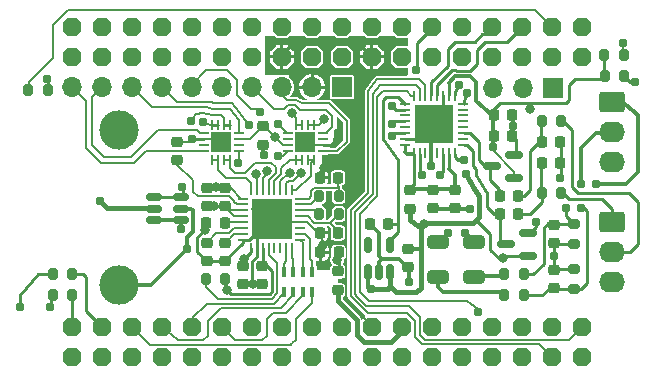
<source format=gbr>
%TF.GenerationSoftware,KiCad,Pcbnew,(6.0.0-rc1-458-g78ff9a857a)*%
%TF.CreationDate,2022-03-27T00:09:44+00:00*%
%TF.ProjectId,belamini_cape_C1,62656c61-6d69-46e6-995f-636170655f43,rev?*%
%TF.SameCoordinates,Original*%
%TF.FileFunction,Copper,L4,Bot*%
%TF.FilePolarity,Positive*%
%FSLAX46Y46*%
G04 Gerber Fmt 4.6, Leading zero omitted, Abs format (unit mm)*
G04 Created by KiCad (PCBNEW (6.0.0-rc1-458-g78ff9a857a)) date 2022-03-27 00:09:44*
%MOMM*%
%LPD*%
G01*
G04 APERTURE LIST*
G04 Aperture macros list*
%AMRoundRect*
0 Rectangle with rounded corners*
0 $1 Rounding radius*
0 $2 $3 $4 $5 $6 $7 $8 $9 X,Y pos of 4 corners*
0 Add a 4 corners polygon primitive as box body*
4,1,4,$2,$3,$4,$5,$6,$7,$8,$9,$2,$3,0*
0 Add four circle primitives for the rounded corners*
1,1,$1+$1,$2,$3*
1,1,$1+$1,$4,$5*
1,1,$1+$1,$6,$7*
1,1,$1+$1,$8,$9*
0 Add four rect primitives between the rounded corners*
20,1,$1+$1,$2,$3,$4,$5,0*
20,1,$1+$1,$4,$5,$6,$7,0*
20,1,$1+$1,$6,$7,$8,$9,0*
20,1,$1+$1,$8,$9,$2,$3,0*%
%AMOutline5P*
0 Free polygon, 5 corners , with rotation*
0 The origin of the aperture is its center*
0 number of corners: always 5*
0 $1 to $10 corner X, Y*
0 $11 Rotation angle, in degrees counterclockwise*
0 create outline with 5 corners*
4,1,5,$1,$2,$3,$4,$5,$6,$7,$8,$9,$10,$1,$2,$11*%
%AMOutline6P*
0 Free polygon, 6 corners , with rotation*
0 The origin of the aperture is its center*
0 number of corners: always 6*
0 $1 to $12 corner X, Y*
0 $13 Rotation angle, in degrees counterclockwise*
0 create outline with 6 corners*
4,1,6,$1,$2,$3,$4,$5,$6,$7,$8,$9,$10,$11,$12,$1,$2,$13*%
%AMOutline7P*
0 Free polygon, 7 corners , with rotation*
0 The origin of the aperture is its center*
0 number of corners: always 7*
0 $1 to $14 corner X, Y*
0 $15 Rotation angle, in degrees counterclockwise*
0 create outline with 7 corners*
4,1,7,$1,$2,$3,$4,$5,$6,$7,$8,$9,$10,$11,$12,$13,$14,$1,$2,$15*%
%AMOutline8P*
0 Free polygon, 8 corners , with rotation*
0 The origin of the aperture is its center*
0 number of corners: always 8*
0 $1 to $16 corner X, Y*
0 $17 Rotation angle, in degrees counterclockwise*
0 create outline with 8 corners*
4,1,8,$1,$2,$3,$4,$5,$6,$7,$8,$9,$10,$11,$12,$13,$14,$15,$16,$1,$2,$17*%
G04 Aperture macros list end*
%TA.AperFunction,ComponentPad*%
%ADD10RoundRect,0.250000X-0.845000X0.620000X-0.845000X-0.620000X0.845000X-0.620000X0.845000X0.620000X0*%
%TD*%
%TA.AperFunction,ComponentPad*%
%ADD11O,2.190000X1.740000*%
%TD*%
%TA.AperFunction,ComponentPad*%
%ADD12Outline8P,-0.760000X0.380000X-0.380000X0.760000X0.380000X0.760000X0.760000X0.380000X0.760000X-0.380000X0.380000X-0.760000X-0.380000X-0.760000X-0.760000X-0.380000X90.000000*%
%TD*%
%TA.AperFunction,ComponentPad*%
%ADD13R,1.700000X1.700000*%
%TD*%
%TA.AperFunction,ComponentPad*%
%ADD14O,1.700000X1.700000*%
%TD*%
%TA.AperFunction,ComponentPad*%
%ADD15C,3.327400*%
%TD*%
%TA.AperFunction,SMDPad,CuDef*%
%ADD16RoundRect,0.200000X-0.200000X-0.275000X0.200000X-0.275000X0.200000X0.275000X-0.200000X0.275000X0*%
%TD*%
%TA.AperFunction,SMDPad,CuDef*%
%ADD17RoundRect,0.150000X0.587500X0.150000X-0.587500X0.150000X-0.587500X-0.150000X0.587500X-0.150000X0*%
%TD*%
%TA.AperFunction,SMDPad,CuDef*%
%ADD18RoundRect,0.062500X-0.337500X-0.062500X0.337500X-0.062500X0.337500X0.062500X-0.337500X0.062500X0*%
%TD*%
%TA.AperFunction,SMDPad,CuDef*%
%ADD19RoundRect,0.062500X-0.062500X-0.337500X0.062500X-0.337500X0.062500X0.337500X-0.062500X0.337500X0*%
%TD*%
%TA.AperFunction,SMDPad,CuDef*%
%ADD20R,3.500000X3.500000*%
%TD*%
%TA.AperFunction,SMDPad,CuDef*%
%ADD21RoundRect,0.225000X-0.225000X-0.250000X0.225000X-0.250000X0.225000X0.250000X-0.225000X0.250000X0*%
%TD*%
%TA.AperFunction,SMDPad,CuDef*%
%ADD22RoundRect,0.225000X-0.250000X0.225000X-0.250000X-0.225000X0.250000X-0.225000X0.250000X0.225000X0*%
%TD*%
%TA.AperFunction,SMDPad,CuDef*%
%ADD23RoundRect,0.200000X0.200000X0.275000X-0.200000X0.275000X-0.200000X-0.275000X0.200000X-0.275000X0*%
%TD*%
%TA.AperFunction,SMDPad,CuDef*%
%ADD24RoundRect,0.225000X0.225000X0.250000X-0.225000X0.250000X-0.225000X-0.250000X0.225000X-0.250000X0*%
%TD*%
%TA.AperFunction,SMDPad,CuDef*%
%ADD25R,0.400000X0.900000*%
%TD*%
%TA.AperFunction,SMDPad,CuDef*%
%ADD26RoundRect,0.150000X0.150000X-0.512500X0.150000X0.512500X-0.150000X0.512500X-0.150000X-0.512500X0*%
%TD*%
%TA.AperFunction,SMDPad,CuDef*%
%ADD27RoundRect,0.225000X0.250000X-0.225000X0.250000X0.225000X-0.250000X0.225000X-0.250000X-0.225000X0*%
%TD*%
%TA.AperFunction,SMDPad,CuDef*%
%ADD28RoundRect,0.150000X0.512500X0.150000X-0.512500X0.150000X-0.512500X-0.150000X0.512500X-0.150000X0*%
%TD*%
%TA.AperFunction,SMDPad,CuDef*%
%ADD29RoundRect,0.218750X-0.256250X0.218750X-0.256250X-0.218750X0.256250X-0.218750X0.256250X0.218750X0*%
%TD*%
%TA.AperFunction,SMDPad,CuDef*%
%ADD30RoundRect,0.250000X-0.650000X0.325000X-0.650000X-0.325000X0.650000X-0.325000X0.650000X0.325000X0*%
%TD*%
%TA.AperFunction,SMDPad,CuDef*%
%ADD31RoundRect,0.200000X-0.275000X0.200000X-0.275000X-0.200000X0.275000X-0.200000X0.275000X0.200000X0*%
%TD*%
%TA.AperFunction,SMDPad,CuDef*%
%ADD32RoundRect,0.218750X0.256250X-0.218750X0.256250X0.218750X-0.256250X0.218750X-0.256250X-0.218750X0*%
%TD*%
%TA.AperFunction,SMDPad,CuDef*%
%ADD33RoundRect,0.062500X0.350000X0.062500X-0.350000X0.062500X-0.350000X-0.062500X0.350000X-0.062500X0*%
%TD*%
%TA.AperFunction,SMDPad,CuDef*%
%ADD34RoundRect,0.062500X0.062500X0.350000X-0.062500X0.350000X-0.062500X-0.350000X0.062500X-0.350000X0*%
%TD*%
%TA.AperFunction,SMDPad,CuDef*%
%ADD35R,1.700000X1.700000*%
%TD*%
%TA.AperFunction,SMDPad,CuDef*%
%ADD36RoundRect,0.062500X-0.062500X0.375000X-0.062500X-0.375000X0.062500X-0.375000X0.062500X0.375000X0*%
%TD*%
%TA.AperFunction,SMDPad,CuDef*%
%ADD37RoundRect,0.062500X-0.375000X0.062500X-0.375000X-0.062500X0.375000X-0.062500X0.375000X0.062500X0*%
%TD*%
%TA.AperFunction,SMDPad,CuDef*%
%ADD38R,3.300000X3.300000*%
%TD*%
%TA.AperFunction,SMDPad,CuDef*%
%ADD39RoundRect,0.062500X-0.350000X-0.062500X0.350000X-0.062500X0.350000X0.062500X-0.350000X0.062500X0*%
%TD*%
%TA.AperFunction,SMDPad,CuDef*%
%ADD40RoundRect,0.062500X-0.062500X-0.350000X0.062500X-0.350000X0.062500X0.350000X-0.062500X0.350000X0*%
%TD*%
%TA.AperFunction,SMDPad,CuDef*%
%ADD41RoundRect,0.200000X0.275000X-0.200000X0.275000X0.200000X-0.275000X0.200000X-0.275000X-0.200000X0*%
%TD*%
%TA.AperFunction,ViaPad*%
%ADD42C,0.787400*%
%TD*%
%TA.AperFunction,ViaPad*%
%ADD43C,0.800000*%
%TD*%
%TA.AperFunction,Conductor*%
%ADD44C,0.406400*%
%TD*%
%TA.AperFunction,Conductor*%
%ADD45C,0.304800*%
%TD*%
%TA.AperFunction,Conductor*%
%ADD46C,0.250000*%
%TD*%
%TA.AperFunction,Conductor*%
%ADD47C,0.203200*%
%TD*%
%TA.AperFunction,Conductor*%
%ADD48C,0.254000*%
%TD*%
%TA.AperFunction,Conductor*%
%ADD49C,0.350000*%
%TD*%
G04 APERTURE END LIST*
D10*
%TO.P,J3,1,Pin_1*%
%TO.N,/belamini_cape_C1_2/INR*%
X172655000Y-107560000D03*
D11*
%TO.P,J3,2,Pin_2*%
%TO.N,/belamini_cape_C1_2/INL*%
X172655000Y-110100000D03*
%TO.P,J3,3,Pin_3*%
%TO.N,GND*%
X172655000Y-112640000D03*
%TD*%
D12*
%TO.P,P2,1,Pin_1*%
%TO.N,unconnected-(P2-Pad1)*%
X126900000Y-93560000D03*
%TO.P,P2,2,Pin_2*%
%TO.N,unconnected-(P2-Pad2)*%
X126900000Y-91020000D03*
%TO.P,P2,3,Pin_3*%
%TO.N,unconnected-(P2-Pad3)*%
X129440000Y-93560000D03*
%TO.P,P2,4,Pin_4*%
%TO.N,unconnected-(P2-Pad4)*%
X129440000Y-91020000D03*
%TO.P,P2,5,Pin_5*%
%TO.N,unconnected-(P2-Pad5)*%
X131980000Y-93560000D03*
%TO.P,P2,6,Pin_6*%
%TO.N,unconnected-(P2-Pad6)*%
X131980000Y-91020000D03*
%TO.P,P2,7,Pin_7*%
%TO.N,unconnected-(P2-Pad7)*%
X134520000Y-93560000D03*
%TO.P,P2,8,Pin_8*%
%TO.N,unconnected-(P2-Pad8)*%
X134520000Y-91020000D03*
%TO.P,P2,9,Pin_9*%
%TO.N,unconnected-(P2-Pad9)*%
X137060000Y-93560000D03*
%TO.P,P2,10,Pin_10*%
%TO.N,unconnected-(P2-Pad10)*%
X137060000Y-91020000D03*
%TO.P,P2,11,Pin_11*%
%TO.N,unconnected-(P2-Pad11)*%
X139600000Y-93560000D03*
%TO.P,P2,12,Pin_12*%
%TO.N,unconnected-(P2-Pad12)*%
X139600000Y-91020000D03*
%TO.P,P2,13,Pin_13*%
%TO.N,unconnected-(P2-Pad13)*%
X142140000Y-93560000D03*
%TO.P,P2,14,Pin_14*%
%TO.N,unconnected-(P2-Pad14)*%
X142140000Y-91020000D03*
%TO.P,P2,15,Pin_15*%
%TO.N,GND*%
X144680000Y-93560000D03*
%TO.P,P2,16,Pin_16*%
%TO.N,unconnected-(P2-Pad16)*%
X144680000Y-91020000D03*
%TO.P,P2,17,Pin_17*%
%TO.N,unconnected-(P2-Pad17)*%
X147220000Y-93560000D03*
%TO.P,P2,18,Pin_18*%
%TO.N,unconnected-(P2-Pad18)*%
X147220000Y-91020000D03*
%TO.P,P2,19,Pin_19*%
%TO.N,unconnected-(P2-Pad19)*%
X149760000Y-93560000D03*
%TO.P,P2,20,Pin_20*%
%TO.N,unconnected-(P2-Pad20)*%
X149760000Y-91020000D03*
%TO.P,P2,21,Pin_21*%
%TO.N,GND*%
X152300000Y-93560000D03*
%TO.P,P2,22,Pin_22*%
%TO.N,unconnected-(P2-Pad22)*%
X152300000Y-91020000D03*
%TO.P,P2,23,Pin_23*%
%TO.N,unconnected-(P2-Pad23)*%
X154840000Y-93560000D03*
%TO.P,P2,24,Pin_24*%
%TO.N,unconnected-(P2-Pad24)*%
X154840000Y-91020000D03*
%TO.P,P2,25,Pin_25*%
%TO.N,unconnected-(P2-Pad25)*%
X157380000Y-93560000D03*
%TO.P,P2,26,Pin_26*%
%TO.N,/belamini_cape_C1_2/RESETN*%
X157380000Y-91020000D03*
%TO.P,P2,27,Pin_27*%
%TO.N,unconnected-(P2-Pad27)*%
X159920000Y-93560000D03*
%TO.P,P2,28,Pin_28*%
%TO.N,unconnected-(P2-Pad28)*%
X159920000Y-91020000D03*
%TO.P,P2,29,Pin_29*%
%TO.N,unconnected-(P2-Pad29)*%
X162460000Y-93560000D03*
%TO.P,P2,30,Pin_30*%
%TO.N,/belamini_cape_C1_2/AUD_DOUT*%
X162460000Y-91020000D03*
%TO.P,P2,31,Pin_31*%
%TO.N,unconnected-(P2-Pad31)*%
X165000000Y-93560000D03*
%TO.P,P2,32,Pin_32*%
%TO.N,/belamini_cape_C1_2/AUD_DIN*%
X165000000Y-91020000D03*
%TO.P,P2,33,Pin_33*%
%TO.N,unconnected-(P2-Pad33)*%
X167540000Y-93560000D03*
%TO.P,P2,34,Pin_34*%
%TO.N,/belamini_cape_C1_2/SHUTDOWN_REQ{slash}*%
X167540000Y-91020000D03*
%TO.P,P2,35,Pin_35*%
%TO.N,unconnected-(P2-Pad35)*%
X170080000Y-93560000D03*
%TO.P,P2,36,Pin_36*%
%TO.N,unconnected-(P2-Pad36)*%
X170080000Y-91020000D03*
%TD*%
D13*
%TO.P,J2,1,Pin_1*%
%TO.N,GND*%
X167600000Y-96150000D03*
D14*
%TO.P,J2,2,Pin_2*%
%TO.N,/belamini_cape_C1_2/LEFT_LOP*%
X165060000Y-96150000D03*
%TO.P,J2,3,Pin_3*%
%TO.N,/belamini_cape_C1_2/RIGHT_LOP*%
X162520000Y-96150000D03*
%TD*%
D15*
%TO.P,J5,5,Shield*%
%TO.N,/belamini_cape_C1_2/USBGND*%
X130907100Y-112893150D03*
%TO.P,J5,6*%
%TO.N,N/C*%
X130907100Y-99761350D03*
%TD*%
D13*
%TO.P,J1,1,Pin_1*%
%TO.N,/belamini_cape_C1_1/REFP*%
X149766100Y-96113600D03*
D14*
%TO.P,J1,2,Pin_2*%
%TO.N,GND*%
X147226100Y-96113600D03*
%TO.P,J1,3,Pin_3*%
%TO.N,Net-(IC2-Pad12)*%
X144686100Y-96113600D03*
%TO.P,J1,4,Pin_4*%
%TO.N,Net-(IC2-Pad9)*%
X142146100Y-96113600D03*
%TO.P,J1,5,Pin_5*%
%TO.N,Net-(IC2-Pad4)*%
X139606100Y-96113600D03*
%TO.P,J1,6,Pin_6*%
%TO.N,Net-(IC2-Pad1)*%
X137066100Y-96113600D03*
%TO.P,J1,7,Pin_7*%
%TO.N,Net-(IC1-Pad4)*%
X134526100Y-96113600D03*
%TO.P,J1,8,Pin_8*%
%TO.N,Net-(IC1-Pad1)*%
X131986100Y-96113600D03*
%TO.P,J1,9,Pin_9*%
%TO.N,Net-(IC1-Pad12)*%
X129446100Y-96113600D03*
%TO.P,J1,10,Pin_10*%
%TO.N,Net-(IC1-Pad9)*%
X126906100Y-96113600D03*
%TD*%
D12*
%TO.P,P1,1,Pin_1*%
%TO.N,unconnected-(P1-Pad1)*%
X126910000Y-118970000D03*
%TO.P,P1,2,Pin_2*%
%TO.N,Net-(P1-Pad2)*%
X126910000Y-116430000D03*
%TO.P,P1,3,Pin_3*%
%TO.N,unconnected-(P1-Pad3)*%
X129450000Y-118970000D03*
%TO.P,P1,4,Pin_4*%
%TO.N,Net-(P1-Pad4)*%
X129450000Y-116430000D03*
%TO.P,P1,5,Pin_5*%
%TO.N,/belamini_cape_C1_2/USB_VBUS*%
X131990000Y-118970000D03*
%TO.P,P1,6,Pin_6*%
%TO.N,SPI_ADC_CNV*%
X131990000Y-116430000D03*
%TO.P,P1,7,Pin_7*%
%TO.N,/belamini_cape_C1_2/USB_VBUS*%
X134530000Y-118970000D03*
%TO.P,P1,8,Pin_8*%
%TO.N,SPI_SCK*%
X134530000Y-116430000D03*
%TO.P,P1,9,Pin_9*%
%TO.N,/belamini_cape_C1_2/USB_DM*%
X137070000Y-118970000D03*
%TO.P,P1,10,Pin_10*%
%TO.N,SPI_MISO*%
X137070000Y-116430000D03*
%TO.P,P1,11,Pin_11*%
%TO.N,/belamini_cape_C1_2/USB_DP*%
X139610000Y-118970000D03*
%TO.P,P1,12,Pin_12*%
%TO.N,SPI_MOSI*%
X139610000Y-116430000D03*
%TO.P,P1,13,Pin_13*%
%TO.N,/belamini_cape_C1_2/USBGND*%
X142150000Y-118970000D03*
%TO.P,P1,14,Pin_14*%
%TO.N,+3V3*%
X142150000Y-116430000D03*
%TO.P,P1,15,Pin_15*%
%TO.N,/belamini_cape_C1_2/USBGND*%
X144690000Y-118970000D03*
%TO.P,P1,16,Pin_16*%
%TO.N,GND*%
X144690000Y-116430000D03*
%TO.P,P1,17,Pin_17*%
%TO.N,unconnected-(P1-Pad17)*%
X147230000Y-118970000D03*
%TO.P,P1,18,Pin_18*%
%TO.N,unconnected-(P1-Pad18)*%
X147230000Y-116430000D03*
%TO.P,P1,19,Pin_19*%
%TO.N,unconnected-(P1-Pad19)*%
X149770000Y-118970000D03*
%TO.P,P1,20,Pin_20*%
%TO.N,unconnected-(P1-Pad20)*%
X149770000Y-116430000D03*
%TO.P,P1,21,Pin_21*%
%TO.N,unconnected-(P1-Pad21)*%
X152310000Y-118970000D03*
%TO.P,P1,22,Pin_22*%
%TO.N,GND*%
X152310000Y-116430000D03*
%TO.P,P1,23,Pin_23*%
%TO.N,unconnected-(P1-Pad23)*%
X154850000Y-118970000D03*
%TO.P,P1,24,Pin_24*%
%TO.N,+5V*%
X154850000Y-116430000D03*
%TO.P,P1,25,Pin_25*%
%TO.N,unconnected-(P1-Pad25)*%
X157390000Y-118970000D03*
%TO.P,P1,26,Pin_26*%
%TO.N,/belamini_cape_C1_2/SDA*%
X157390000Y-116430000D03*
%TO.P,P1,27,Pin_27*%
%TO.N,unconnected-(P1-Pad27)*%
X159930000Y-118970000D03*
%TO.P,P1,28,Pin_28*%
%TO.N,/belamini_cape_C1_2/SCL*%
X159930000Y-116430000D03*
%TO.P,P1,29,Pin_29*%
%TO.N,/belamini_cape_C1_2/AUD_MCLK*%
X162470000Y-118970000D03*
%TO.P,P1,30,Pin_30*%
%TO.N,unconnected-(P1-Pad30)*%
X162470000Y-116430000D03*
%TO.P,P1,31,Pin_31*%
%TO.N,unconnected-(P1-Pad31)*%
X165010000Y-118970000D03*
%TO.P,P1,32,Pin_32*%
%TO.N,unconnected-(P1-Pad32)*%
X165010000Y-116430000D03*
%TO.P,P1,33,Pin_33*%
%TO.N,/belamini_cape_C1_2/AUD_WCLK*%
X167550000Y-118970000D03*
%TO.P,P1,34,Pin_34*%
%TO.N,unconnected-(P1-Pad34)*%
X167550000Y-116430000D03*
%TO.P,P1,35,Pin_35*%
%TO.N,unconnected-(P1-Pad35)*%
X170090000Y-118970000D03*
%TO.P,P1,36,Pin_36*%
%TO.N,/belamini_cape_C1_2/AUD_BCLK*%
X170090000Y-116430000D03*
%TD*%
D10*
%TO.P,J4,1,Pin_1*%
%TO.N,/belamini_cape_C1_2/HPR*%
X172605000Y-97410000D03*
D11*
%TO.P,J4,2,Pin_2*%
%TO.N,/belamini_cape_C1_2/HPL*%
X172605000Y-99950000D03*
%TO.P,J4,3,Pin_3*%
%TO.N,GND*%
X172605000Y-102490000D03*
%TD*%
D16*
%TO.P,R9,1*%
%TO.N,Net-(C13-Pad2)*%
X166658100Y-105104600D03*
%TO.P,R9,2*%
%TO.N,/belamini_cape_C1_2/INR*%
X168308100Y-105104600D03*
%TD*%
D17*
%TO.P,D4,1,A*%
%TO.N,GND*%
X165499600Y-108472600D03*
%TO.P,D4,2,K*%
%TO.N,+3V3*%
X165499600Y-110372600D03*
%TO.P,D4,3,common*%
%TO.N,/belamini_cape_C1_2/LINE1RP*%
X163624600Y-109422600D03*
%TD*%
D18*
%TO.P,IC3,1,GND*%
%TO.N,GND*%
X141350000Y-109050000D03*
%TO.P,IC3,2,DECAP*%
%TO.N,Net-(C3-Pad1)*%
X141350000Y-108550000D03*
%TO.P,IC3,3,REFIO*%
%TO.N,Net-(C22-Pad1)*%
X141350000Y-108050000D03*
%TO.P,IC3,4,REFM*%
%TO.N,Net-(C23-Pad1)*%
X141350000Y-107550000D03*
%TO.P,IC3,5,REFP*%
%TO.N,/belamini_cape_C1_1/REFP*%
X141350000Y-107050000D03*
%TO.P,IC3,6,REFP*%
X141350000Y-106550000D03*
%TO.P,IC3,7,REFBY2*%
%TO.N,Net-(C24-Pad1)*%
X141350000Y-106050000D03*
%TO.P,IC3,8,AIN-COM*%
%TO.N,GND*%
X141350000Y-105550000D03*
D19*
%TO.P,IC3,9,AIN0*%
%TO.N,Net-(IC1-Pad7)*%
X142050000Y-104850000D03*
%TO.P,IC3,10,AIN1*%
%TO.N,Net-(IC1-Pad13)*%
X142550000Y-104850000D03*
%TO.P,IC3,11,AIN2*%
%TO.N,Net-(IC1-Pad15)*%
X143050000Y-104850000D03*
%TO.P,IC3,12,AIN3*%
%TO.N,Net-(IC1-Pad5)*%
X143550000Y-104850000D03*
%TO.P,IC3,13,AIN4*%
%TO.N,Net-(IC2-Pad15)*%
X144050000Y-104850000D03*
%TO.P,IC3,14,AIN5*%
%TO.N,Net-(IC2-Pad5)*%
X144550000Y-104850000D03*
%TO.P,IC3,15,AIN6*%
%TO.N,Net-(IC2-Pad7)*%
X145050000Y-104850000D03*
%TO.P,IC3,16,AIN7*%
%TO.N,Net-(IC2-Pad13)*%
X145550000Y-104850000D03*
D18*
%TO.P,IC3,17,ADC-INP*%
%TO.N,Net-(C11-Pad2)*%
X146250000Y-105550000D03*
%TO.P,IC3,18,MUXOUT-P*%
%TO.N,Net-(IC3-Pad18)*%
X146250000Y-106050000D03*
%TO.P,IC3,19,MUXOUT-M*%
%TO.N,Net-(IC3-Pad19)*%
X146250000Y-106550000D03*
%TO.P,IC3,20,ADC-INM*%
%TO.N,Net-(C10-Pad2)*%
X146250000Y-107050000D03*
%TO.P,IC3,21,GND*%
%TO.N,GND*%
X146250000Y-107550000D03*
%TO.P,IC3,22,ALERT*%
%TO.N,unconnected-(IC3-Pad22)*%
X146250000Y-108050000D03*
%TO.P,IC3,23,CS/*%
%TO.N,Net-(IC3-Pad23)*%
X146250000Y-108550000D03*
%TO.P,IC3,24,SDI*%
%TO.N,Net-(IC3-Pad24)*%
X146250000Y-109050000D03*
D19*
%TO.P,IC3,25,SCLK*%
%TO.N,Net-(IC3-Pad25)*%
X145550000Y-109750000D03*
%TO.P,IC3,26,SDO-0*%
%TO.N,Net-(IC3-Pad26)*%
X145050000Y-109750000D03*
%TO.P,IC3,27,SDO-1*%
%TO.N,unconnected-(IC3-Pad27)*%
X144550000Y-109750000D03*
%TO.P,IC3,28,READY*%
%TO.N,unconnected-(IC3-Pad28)*%
X144050000Y-109750000D03*
%TO.P,IC3,29,RST/*%
%TO.N,Net-(IC3-Pad29)*%
X143550000Y-109750000D03*
%TO.P,IC3,30,DVDD*%
%TO.N,+3V3*%
X143050000Y-109750000D03*
%TO.P,IC3,31,GND*%
%TO.N,GND*%
X142550000Y-109750000D03*
%TO.P,IC3,32,AVDD*%
%TO.N,/belamini_cape_C1_1/5V_ANALOG*%
X142050000Y-109750000D03*
D20*
%TO.P,IC3,33,GND*%
%TO.N,GND*%
X143800000Y-107300000D03*
%TD*%
D21*
%TO.P,C19,1*%
%TO.N,+3V3*%
X162644100Y-98500600D03*
%TO.P,C19,2*%
%TO.N,GND*%
X164194100Y-98500600D03*
%TD*%
%TO.P,C14,1*%
%TO.N,/belamini_cape_C1_2/LINE1LP*%
X163152100Y-105358600D03*
%TO.P,C14,2*%
%TO.N,Net-(C12-Pad2)*%
X164702100Y-105358600D03*
%TD*%
D22*
%TO.P,C22,1*%
%TO.N,Net-(C22-Pad1)*%
X138300000Y-109275000D03*
%TO.P,C22,2*%
%TO.N,GND*%
X138300000Y-110825000D03*
%TD*%
D21*
%TO.P,C10,1*%
%TO.N,GND*%
X147875000Y-108450000D03*
%TO.P,C10,2*%
%TO.N,Net-(C10-Pad2)*%
X149425000Y-108450000D03*
%TD*%
D23*
%TO.P,R5,1*%
%TO.N,Net-(P1-Pad2)*%
X126906100Y-113740600D03*
%TO.P,R5,2*%
%TO.N,Net-(D5-Pad2)*%
X125256100Y-113740600D03*
%TD*%
D24*
%TO.P,C23,1*%
%TO.N,Net-(C23-Pad1)*%
X139825000Y-107650000D03*
%TO.P,C23,2*%
%TO.N,GND*%
X138275000Y-107650000D03*
%TD*%
D25*
%TO.P,RN1,1,R1.1*%
%TO.N,Net-(IC3-Pad26)*%
X144850000Y-111800000D03*
%TO.P,RN1,2,R2.1*%
%TO.N,Net-(IC3-Pad25)*%
X145650000Y-111800000D03*
%TO.P,RN1,3,R3.1*%
%TO.N,Net-(IC3-Pad24)*%
X146450000Y-111800000D03*
%TO.P,RN1,4,R4.1*%
%TO.N,Net-(IC3-Pad23)*%
X147250000Y-111800000D03*
%TO.P,RN1,5,R4.2*%
%TO.N,SPI_ADC_CNV*%
X147250000Y-113500000D03*
%TO.P,RN1,6,R3.2*%
%TO.N,SPI_MOSI*%
X146450000Y-113500000D03*
%TO.P,RN1,7,R2.2*%
%TO.N,SPI_SCK*%
X145650000Y-113500000D03*
%TO.P,RN1,8,R1.2*%
%TO.N,SPI_MISO*%
X144850000Y-113500000D03*
%TD*%
D21*
%TO.P,C15,1*%
%TO.N,/belamini_cape_C1_2/LINE1RP*%
X163152100Y-106882600D03*
%TO.P,C15,2*%
%TO.N,Net-(C13-Pad2)*%
X164702100Y-106882600D03*
%TD*%
D26*
%TO.P,IC5,1,IN*%
%TO.N,+3V3*%
X153850000Y-111766600D03*
%TO.P,IC5,2,GND*%
%TO.N,GND*%
X152900000Y-111766600D03*
%TO.P,IC5,3,EN*%
%TO.N,+3V3*%
X151950000Y-111766600D03*
%TO.P,IC5,4*%
%TO.N,N/C*%
X151950000Y-109491600D03*
%TO.P,IC5,5,OUT*%
%TO.N,+1V8*%
X153850000Y-109491600D03*
%TD*%
D23*
%TO.P,R1,1*%
%TO.N,/belamini_cape_C1_2/HPL*%
X165133100Y-111962600D03*
%TO.P,R1,2*%
%TO.N,Net-(C8-Pad2)*%
X163483100Y-111962600D03*
%TD*%
D27*
%TO.P,C4,1*%
%TO.N,GND*%
X143000000Y-112775000D03*
%TO.P,C4,2*%
%TO.N,+3V3*%
X143000000Y-111225000D03*
%TD*%
D28*
%TO.P,IC6,1,I/O1*%
%TO.N,/belamini_cape_C1_2/USB_DM*%
X136137500Y-105450000D03*
%TO.P,IC6,2,GND*%
%TO.N,/belamini_cape_C1_2/USBGND*%
X136137500Y-106400000D03*
%TO.P,IC6,3,I/O2*%
%TO.N,/belamini_cape_C1_2/USB_DP*%
X136137500Y-107350000D03*
%TO.P,IC6,4,I/O2*%
X133862500Y-107350000D03*
%TO.P,IC6,5,VBUS*%
%TO.N,/belamini_cape_C1_2/USB_VBUS*%
X133862500Y-106400000D03*
%TO.P,IC6,6,I/O1*%
%TO.N,/belamini_cape_C1_2/USB_DM*%
X133862500Y-105450000D03*
%TD*%
D29*
%TO.P,FB1,1*%
%TO.N,/belamini_cape_C1_1/5V_ANALOG*%
X149400000Y-111712500D03*
%TO.P,FB1,2*%
%TO.N,+5V*%
X149400000Y-113287500D03*
%TD*%
D24*
%TO.P,C13,1*%
%TO.N,GND*%
X168258100Y-102564600D03*
%TO.P,C13,2*%
%TO.N,Net-(C13-Pad2)*%
X166708100Y-102564600D03*
%TD*%
D23*
%TO.P,R12,1*%
%TO.N,Net-(C10-Pad2)*%
X149475000Y-106850000D03*
%TO.P,R12,2*%
%TO.N,Net-(IC3-Pad19)*%
X147825000Y-106850000D03*
%TD*%
D16*
%TO.P,R4,1*%
%TO.N,Net-(D5-Pad1)*%
X125256100Y-111962600D03*
%TO.P,R4,2*%
%TO.N,Net-(P1-Pad4)*%
X126906100Y-111962600D03*
%TD*%
D23*
%TO.P,R3,1*%
%TO.N,Net-(R3-Pad1)*%
X124850100Y-96328600D03*
%TO.P,R3,2*%
%TO.N,/belamini_cape_C1_2/SHUTDOWN_REQ{slash}*%
X123200100Y-96328600D03*
%TD*%
D22*
%TO.P,C16,1*%
%TO.N,+3.3VA*%
X157450100Y-104837600D03*
%TO.P,C16,2*%
%TO.N,GND*%
X157450100Y-106387600D03*
%TD*%
D27*
%TO.P,C24,1*%
%TO.N,Net-(C24-Pad1)*%
X135825000Y-102325000D03*
%TO.P,C24,2*%
%TO.N,GND*%
X135825000Y-100775000D03*
%TD*%
D30*
%TO.P,C9,1*%
%TO.N,/belamini_cape_C1_2/AUD_HPROUT*%
X157920000Y-109215000D03*
%TO.P,C9,2*%
%TO.N,Net-(C9-Pad2)*%
X157920000Y-112165000D03*
%TD*%
D16*
%TO.P,R11,1*%
%TO.N,+3V3*%
X171975000Y-93420600D03*
%TO.P,R11,2*%
%TO.N,/belamini_cape_C1_2/SCL*%
X173625000Y-93420600D03*
%TD*%
D22*
%TO.P,C18,1*%
%TO.N,+3.3VA*%
X159355100Y-104837600D03*
%TO.P,C18,2*%
%TO.N,GND*%
X159355100Y-106387600D03*
%TD*%
D16*
%TO.P,R14,1*%
%TO.N,Net-(IC3-Pad29)*%
X138225000Y-112350000D03*
%TO.P,R14,2*%
%TO.N,+3V3*%
X139875000Y-112350000D03*
%TD*%
D31*
%TO.P,R6,1*%
%TO.N,GND*%
X169388100Y-111518600D03*
%TO.P,R6,2*%
%TO.N,/belamini_cape_C1_2/HPR*%
X169388100Y-113168600D03*
%TD*%
D27*
%TO.P,C1,1*%
%TO.N,GND*%
X141400000Y-112775000D03*
%TO.P,C1,2*%
%TO.N,/belamini_cape_C1_1/5V_ANALOG*%
X141400000Y-111225000D03*
%TD*%
D23*
%TO.P,R13,1*%
%TO.N,Net-(C11-Pad2)*%
X149475000Y-105370000D03*
%TO.P,R13,2*%
%TO.N,Net-(IC3-Pad18)*%
X147825000Y-105370000D03*
%TD*%
D24*
%TO.P,C12,1*%
%TO.N,GND*%
X168258100Y-100786600D03*
%TO.P,C12,2*%
%TO.N,Net-(C12-Pad2)*%
X166708100Y-100786600D03*
%TD*%
D32*
%TO.P,FB2,1*%
%TO.N,+3V3*%
X155481600Y-106400100D03*
%TO.P,FB2,2*%
%TO.N,+3.3VA*%
X155481600Y-104825100D03*
%TD*%
D21*
%TO.P,C2,1*%
%TO.N,GND*%
X147925000Y-110100000D03*
%TO.P,C2,2*%
%TO.N,/belamini_cape_C1_1/5V_ANALOG*%
X149475000Y-110100000D03*
%TD*%
D24*
%TO.P,C6,1*%
%TO.N,+1V8*%
X153675000Y-107700000D03*
%TO.P,C6,2*%
%TO.N,GND*%
X152125000Y-107700000D03*
%TD*%
D16*
%TO.P,R10,1*%
%TO.N,+3V3*%
X171992100Y-95198600D03*
%TO.P,R10,2*%
%TO.N,/belamini_cape_C1_2/SDA*%
X173642100Y-95198600D03*
%TD*%
D33*
%TO.P,IC1,1,+*%
%TO.N,Net-(IC1-Pad1)*%
X141005600Y-100036600D03*
%TO.P,IC1,2,V+*%
%TO.N,/belamini_cape_C1_1/5V_ANALOG*%
X141005600Y-100536600D03*
%TO.P,IC1,3,NC*%
%TO.N,unconnected-(IC1-Pad3)*%
X141005600Y-101036600D03*
%TO.P,IC1,4,+*%
%TO.N,Net-(IC1-Pad4)*%
X141005600Y-101536600D03*
D34*
%TO.P,IC1,5,-*%
%TO.N,Net-(IC1-Pad5)*%
X140293100Y-102249100D03*
%TO.P,IC1,6*%
X139793100Y-102249100D03*
%TO.P,IC1,7*%
%TO.N,Net-(IC1-Pad7)*%
X139293100Y-102249100D03*
%TO.P,IC1,8,-*%
X138793100Y-102249100D03*
D33*
%TO.P,IC1,9,+*%
%TO.N,Net-(IC1-Pad9)*%
X138080600Y-101536600D03*
%TO.P,IC1,10,NC*%
%TO.N,unconnected-(IC1-Pad10)*%
X138080600Y-101036600D03*
%TO.P,IC1,11,V-*%
%TO.N,GND*%
X138080600Y-100536600D03*
%TO.P,IC1,12,+*%
%TO.N,Net-(IC1-Pad12)*%
X138080600Y-100036600D03*
D34*
%TO.P,IC1,13,-*%
%TO.N,Net-(IC1-Pad13)*%
X138793100Y-99324100D03*
%TO.P,IC1,14*%
X139293100Y-99324100D03*
%TO.P,IC1,15*%
%TO.N,Net-(IC1-Pad15)*%
X139793100Y-99324100D03*
%TO.P,IC1,16,-*%
X140293100Y-99324100D03*
D35*
%TO.P,IC1,17,EP*%
%TO.N,GND*%
X139543100Y-100786600D03*
%TD*%
D22*
%TO.P,C3,1*%
%TO.N,Net-(C3-Pad1)*%
X139850000Y-109275000D03*
%TO.P,C3,2*%
%TO.N,GND*%
X139850000Y-110825000D03*
%TD*%
D30*
%TO.P,C8,1*%
%TO.N,/belamini_cape_C1_2/AUD_HPLOUT*%
X160975000Y-109217600D03*
%TO.P,C8,2*%
%TO.N,Net-(C8-Pad2)*%
X160975000Y-112167600D03*
%TD*%
D16*
%TO.P,R8,1*%
%TO.N,Net-(C12-Pad2)*%
X166658100Y-99008600D03*
%TO.P,R8,2*%
%TO.N,/belamini_cape_C1_2/INL*%
X168308100Y-99008600D03*
%TD*%
D21*
%TO.P,C11,1*%
%TO.N,GND*%
X147875000Y-103800000D03*
%TO.P,C11,2*%
%TO.N,Net-(C11-Pad2)*%
X149425000Y-103800000D03*
%TD*%
D27*
%TO.P,C21,1*%
%TO.N,/belamini_cape_C1_1/REFP*%
X138300000Y-106175000D03*
%TO.P,C21,2*%
%TO.N,GND*%
X138300000Y-104625000D03*
%TD*%
%TO.P,C20,1*%
%TO.N,/belamini_cape_C1_1/REFP*%
X139850000Y-106175000D03*
%TO.P,C20,2*%
%TO.N,GND*%
X139850000Y-104625000D03*
%TD*%
D17*
%TO.P,D3,1,A*%
%TO.N,GND*%
X164356600Y-101868600D03*
%TO.P,D3,2,K*%
%TO.N,+3V3*%
X164356600Y-103768600D03*
%TO.P,D3,3,common*%
%TO.N,/belamini_cape_C1_2/LINE1LP*%
X162481600Y-102818600D03*
%TD*%
D23*
%TO.P,R2,1*%
%TO.N,/belamini_cape_C1_2/HPR*%
X165133100Y-113740600D03*
%TO.P,R2,2*%
%TO.N,Net-(C9-Pad2)*%
X163483100Y-113740600D03*
%TD*%
D36*
%TO.P,IC4,1,MCLK*%
%TO.N,/belamini_cape_C1_2/AUD_MCLK*%
X155827100Y-96825100D03*
%TO.P,IC4,2,BCLK*%
%TO.N,/belamini_cape_C1_2/AUD_BCLK*%
X156327100Y-96825100D03*
%TO.P,IC4,3,WCLK*%
%TO.N,/belamini_cape_C1_2/AUD_WCLK*%
X156827100Y-96825100D03*
%TO.P,IC4,4,DIN*%
%TO.N,/belamini_cape_C1_2/AUD_DOUT*%
X157327100Y-96825100D03*
%TO.P,IC4,5,DOUT*%
%TO.N,/belamini_cape_C1_2/AUD_DIN*%
X157827100Y-96825100D03*
%TO.P,IC4,6,DVSS*%
%TO.N,GND*%
X158327100Y-96825100D03*
%TO.P,IC4,7,IOVDD*%
%TO.N,+3V3*%
X158827100Y-96825100D03*
%TO.P,IC4,8,SCL*%
%TO.N,/belamini_cape_C1_2/SCL*%
X159327100Y-96825100D03*
D37*
%TO.P,IC4,9,SDA*%
%TO.N,/belamini_cape_C1_2/SDA*%
X160014600Y-97512600D03*
%TO.P,IC4,10,IN1LP*%
%TO.N,unconnected-(IC4-Pad10)*%
X160014600Y-98012600D03*
%TO.P,IC4,11,IN1LM*%
%TO.N,unconnected-(IC4-Pad11)*%
X160014600Y-98512600D03*
%TO.P,IC4,12,IN1RP*%
%TO.N,unconnected-(IC4-Pad12)*%
X160014600Y-99012600D03*
%TO.P,IC4,13,IN1RM*%
%TO.N,unconnected-(IC4-Pad13)*%
X160014600Y-99512600D03*
%TO.P,IC4,14,IN2L*%
%TO.N,/belamini_cape_C1_2/LINE1LP*%
X160014600Y-100012600D03*
%TO.P,IC4,15,MICBIAS*%
%TO.N,unconnected-(IC4-Pad15)*%
X160014600Y-100512600D03*
%TO.P,IC4,16,IN2R*%
%TO.N,/belamini_cape_C1_2/LINE1RP*%
X160014600Y-101012600D03*
D36*
%TO.P,IC4,17,AVSS_ADC*%
%TO.N,GND*%
X159327100Y-101700100D03*
%TO.P,IC4,18,DRVDD*%
%TO.N,+3.3VA*%
X158827100Y-101700100D03*
%TO.P,IC4,19,HPLOUT*%
%TO.N,/belamini_cape_C1_2/AUD_HPLOUT*%
X158327100Y-101700100D03*
%TO.P,IC4,20,HPLCOM*%
%TO.N,unconnected-(IC4-Pad20)*%
X157827100Y-101700100D03*
%TO.P,IC4,21,DRVSS*%
%TO.N,GND*%
X157327100Y-101700100D03*
%TO.P,IC4,22,HPRCOM*%
%TO.N,unconnected-(IC4-Pad22)*%
X156827100Y-101700100D03*
%TO.P,IC4,23,HPROUT*%
%TO.N,/belamini_cape_C1_2/AUD_HPROUT*%
X156327100Y-101700100D03*
%TO.P,IC4,24,DRVDD2*%
%TO.N,+3.3VA*%
X155827100Y-101700100D03*
D37*
%TO.P,IC4,25,AVDD*%
X155139600Y-101012600D03*
%TO.P,IC4,26,AVSS_DAC*%
%TO.N,GND*%
X155139600Y-100512600D03*
%TO.P,IC4,27,LEFT_LOP*%
%TO.N,/belamini_cape_C1_2/LEFT_LOP*%
X155139600Y-100012600D03*
%TO.P,IC4,28,LEFT_LOM*%
%TO.N,/belamini_cape_C1_2/LEFT_LOM*%
X155139600Y-99512600D03*
%TO.P,IC4,29,RIGHT_LOP*%
%TO.N,/belamini_cape_C1_2/RIGHT_LOP*%
X155139600Y-99012600D03*
%TO.P,IC4,30,RIGHT_LOM*%
%TO.N,/belamini_cape_C1_2/RIGHT_ROM*%
X155139600Y-98512600D03*
%TO.P,IC4,31,~{RESET}*%
%TO.N,/belamini_cape_C1_2/RESETN*%
X155139600Y-98012600D03*
%TO.P,IC4,32,DVDD*%
%TO.N,+1V8*%
X155139600Y-97512600D03*
D38*
%TO.P,IC4,33,EP*%
%TO.N,GND*%
X157577100Y-99262600D03*
%TD*%
D29*
%TO.P,D1,1,A1*%
%TO.N,GND*%
X167737100Y-111556100D03*
%TO.P,D1,2,A2*%
%TO.N,/belamini_cape_C1_2/HPR*%
X167737100Y-113131100D03*
%TD*%
D22*
%TO.P,C7,1*%
%TO.N,+3V3*%
X155340000Y-109795000D03*
%TO.P,C7,2*%
%TO.N,GND*%
X155340000Y-111345000D03*
%TD*%
D21*
%TO.P,C17,1*%
%TO.N,+3V3*%
X162644100Y-100278600D03*
%TO.P,C17,2*%
%TO.N,GND*%
X164194100Y-100278600D03*
%TD*%
D39*
%TO.P,IC2,1,+*%
%TO.N,Net-(IC2-Pad1)*%
X145192600Y-101536600D03*
%TO.P,IC2,2,V+*%
%TO.N,/belamini_cape_C1_1/5V_ANALOG*%
X145192600Y-101036600D03*
%TO.P,IC2,3,NC*%
%TO.N,unconnected-(IC2-Pad3)*%
X145192600Y-100536600D03*
%TO.P,IC2,4,+*%
%TO.N,Net-(IC2-Pad4)*%
X145192600Y-100036600D03*
D40*
%TO.P,IC2,5,-*%
%TO.N,Net-(IC2-Pad5)*%
X145905100Y-99324100D03*
%TO.P,IC2,6*%
X146405100Y-99324100D03*
%TO.P,IC2,7*%
%TO.N,Net-(IC2-Pad7)*%
X146905100Y-99324100D03*
%TO.P,IC2,8,-*%
X147405100Y-99324100D03*
D39*
%TO.P,IC2,9,+*%
%TO.N,Net-(IC2-Pad9)*%
X148117600Y-100036600D03*
%TO.P,IC2,10,NC*%
%TO.N,unconnected-(IC2-Pad10)*%
X148117600Y-100536600D03*
%TO.P,IC2,11,V-*%
%TO.N,GND*%
X148117600Y-101036600D03*
%TO.P,IC2,12,+*%
%TO.N,Net-(IC2-Pad12)*%
X148117600Y-101536600D03*
D40*
%TO.P,IC2,13,-*%
%TO.N,Net-(IC2-Pad13)*%
X147405100Y-102249100D03*
%TO.P,IC2,14*%
X146905100Y-102249100D03*
%TO.P,IC2,15*%
%TO.N,Net-(IC2-Pad15)*%
X146405100Y-102249100D03*
%TO.P,IC2,16,-*%
X145905100Y-102249100D03*
D35*
%TO.P,IC2,17,EP*%
%TO.N,GND*%
X146655100Y-100786600D03*
%TD*%
D41*
%TO.P,R7,1*%
%TO.N,GND*%
X169388100Y-109358600D03*
%TO.P,R7,2*%
%TO.N,/belamini_cape_C1_2/HPL*%
X169388100Y-107708600D03*
%TD*%
D27*
%TO.P,C5,1*%
%TO.N,GND*%
X143099100Y-100975000D03*
%TO.P,C5,2*%
%TO.N,/belamini_cape_C1_1/5V_ANALOG*%
X143099100Y-99425000D03*
%TD*%
D32*
%TO.P,D2,1,A1*%
%TO.N,GND*%
X167737100Y-109321100D03*
%TO.P,D2,2,A2*%
%TO.N,/belamini_cape_C1_2/HPL*%
X167737100Y-107746100D03*
%TD*%
D42*
%TO.N,/belamini_cape_C1_2/AUD_HPLOUT*%
X158085100Y-103580600D03*
X160150000Y-108457400D03*
%TO.N,/belamini_cape_C1_2/AUD_HPROUT*%
X156561100Y-103580600D03*
X158720100Y-108457400D03*
D43*
%TO.N,+3V3*%
X163400000Y-110600000D03*
D42*
X162530100Y-101167600D03*
X160303028Y-103464522D03*
X152243100Y-113232600D03*
D43*
X165650000Y-98000000D03*
X156729850Y-107729850D03*
X140050000Y-113250000D03*
D42*
%TO.N,GND*%
X157323100Y-102818600D03*
D43*
X145150000Y-108550000D03*
D42*
X143169373Y-101844757D03*
X167737100Y-110438600D03*
X168245100Y-103834600D03*
D43*
X142202320Y-112747680D03*
X148150000Y-109500000D03*
D42*
X137066600Y-100469100D03*
X155418100Y-112597600D03*
X160117100Y-102310600D03*
D43*
X148250000Y-102950000D03*
X138182129Y-108172129D03*
D42*
X166199015Y-107503516D03*
X164244600Y-99389600D03*
D43*
X139106355Y-104542855D03*
D42*
X160561600Y-106462600D03*
D43*
X142500000Y-106400000D03*
D42*
X149465100Y-99958560D03*
D43*
%TO.N,/belamini_cape_C1_1/REFP*%
X138950000Y-106175000D03*
D42*
%TO.N,/belamini_cape_C1_2/AUD_MCLK*%
X161260100Y-115137600D03*
%TO.N,/belamini_cape_C1_2/SCL*%
X173579100Y-92404600D03*
X159634500Y-95960600D03*
%TO.N,/belamini_cape_C1_2/SDA*%
X174595100Y-95706600D03*
X160371100Y-96621000D03*
%TO.N,/belamini_cape_C1_2/LEFT_LOP*%
X154021100Y-100278600D03*
%TO.N,/belamini_cape_C1_2/RIGHT_LOP*%
X154021100Y-99262600D03*
%TO.N,/belamini_cape_C1_2/RESETN*%
X154021100Y-97738600D03*
X156002300Y-94690600D03*
%TO.N,/belamini_cape_C1_2/USB_DM*%
X136241100Y-104596600D03*
%TO.N,/belamini_cape_C1_2/USBGND*%
X136654000Y-109854839D03*
%TO.N,/belamini_cape_C1_2/USB_DP*%
X136154069Y-108126784D03*
%TO.N,/belamini_cape_C1_2/USB_VBUS*%
X129272075Y-105760200D03*
D43*
%TO.N,/belamini_cape_C1_1/5V_ANALOG*%
X141462500Y-110687500D03*
X149350000Y-110750000D03*
X144092830Y-100332170D03*
D42*
%TO.N,/belamini_cape_C1_2/HPR*%
X170023100Y-106374600D03*
X171293100Y-104342600D03*
%TO.N,/belamini_cape_C1_2/HPL*%
X168753100Y-106374600D03*
X170023100Y-104342600D03*
%TO.N,Net-(D5-Pad1)*%
X122525100Y-114756600D03*
%TO.N,Net-(D5-Pad2)*%
X125065100Y-114756600D03*
%TO.N,Net-(R3-Pad1)*%
X124811100Y-95452600D03*
%TO.N,Net-(IC1-Pad4)*%
X141000000Y-102500000D03*
X141873515Y-99284900D03*
D43*
%TO.N,Net-(IC1-Pad13)*%
X142450002Y-103449996D03*
D42*
X138019100Y-99059400D03*
D43*
%TO.N,Net-(IC1-Pad15)*%
X143393790Y-103196258D03*
D42*
X137003100Y-99008600D03*
%TO.N,Net-(IC2-Pad1)*%
X144369100Y-101929600D03*
X142845100Y-98246600D03*
%TO.N,Net-(IC2-Pad4)*%
X144369100Y-99262600D03*
D43*
%TO.N,Net-(IC2-Pad5)*%
X145500000Y-98325000D03*
X145322699Y-103351866D03*
%TO.N,Net-(IC2-Pad7)*%
X148275000Y-98850000D03*
X146300000Y-103350000D03*
%TD*%
D44*
%TO.N,+5V*%
X153871700Y-117700000D02*
X151630500Y-117700000D01*
X154851100Y-116720600D02*
X153871700Y-117700000D01*
X149449100Y-113309000D02*
X149500000Y-113258100D01*
X151000000Y-117069500D02*
X151000000Y-115799500D01*
X151000000Y-115799500D02*
X149449100Y-114248600D01*
X149449100Y-114248600D02*
X149449100Y-113336600D01*
X149449100Y-113336600D02*
X149400000Y-113287500D01*
X154851100Y-116433600D02*
X154851100Y-116720600D01*
X151630500Y-117700000D02*
X151000000Y-117069500D01*
D45*
%TO.N,/belamini_cape_C1_2/AUD_HPLOUT*%
X160150000Y-108457400D02*
X161136100Y-109168600D01*
X158327100Y-103338600D02*
X158085100Y-103580600D01*
X161136100Y-109168600D02*
X161006100Y-109292600D01*
D46*
X158327100Y-101762600D02*
X158327100Y-103338600D01*
%TO.N,/belamini_cape_C1_2/AUD_HPROUT*%
X156327100Y-101762600D02*
X156327100Y-103346600D01*
D45*
X157577100Y-109165600D02*
X157704100Y-109292600D01*
D47*
X157781700Y-109215000D02*
X157704100Y-109292600D01*
D45*
X156327100Y-103346600D02*
X156561100Y-103580600D01*
D47*
X157920000Y-109215000D02*
X157781700Y-109215000D01*
%TO.N,Net-(C10-Pad2)*%
X146872705Y-107050000D02*
X147426625Y-107603920D01*
X147426625Y-107603920D02*
X148721080Y-107603920D01*
X148721080Y-107603920D02*
X149475000Y-106850000D01*
X149425000Y-108450000D02*
X149425000Y-108307840D01*
X146250000Y-107050000D02*
X146872705Y-107050000D01*
X149425000Y-108307840D02*
X148721080Y-107603920D01*
%TO.N,Net-(C11-Pad2)*%
X147146080Y-105353920D02*
X147146080Y-104896625D01*
X149475000Y-105400000D02*
X149475000Y-104575000D01*
X146950000Y-105550000D02*
X147146080Y-105353920D01*
X149333920Y-104616080D02*
X149425000Y-104525000D01*
X147146080Y-104896625D02*
X147426625Y-104616080D01*
X146250000Y-105550000D02*
X146950000Y-105550000D01*
X149425000Y-104525000D02*
X149425000Y-103800000D01*
X147426625Y-104616080D02*
X149333920Y-104616080D01*
X149475000Y-104575000D02*
X149425000Y-104525000D01*
%TO.N,SPI_SCK*%
X134531100Y-116433600D02*
X135902062Y-117550569D01*
X138400100Y-115899600D02*
X139480211Y-114819489D01*
X139480211Y-114819489D02*
X144580511Y-114819489D01*
X144580511Y-114819489D02*
X145650000Y-113750000D01*
X135902062Y-117550569D02*
X138019131Y-117550569D01*
X138400100Y-117169600D02*
X138400100Y-115899600D01*
X138019131Y-117550569D02*
X138400100Y-117169600D01*
X145650000Y-113750000D02*
X145650000Y-113500000D01*
%TO.N,SPI_ADC_CNV*%
X145385100Y-117931600D02*
X145554529Y-117804529D01*
X145893100Y-115756900D02*
X147250000Y-114400000D01*
X133491080Y-117931080D02*
X145427978Y-117931080D01*
X145427978Y-117931080D02*
X145554529Y-117804529D01*
X131990000Y-116430000D02*
X133491080Y-117931080D01*
X147250000Y-114400000D02*
X147250000Y-113500000D01*
X145554529Y-117804529D02*
X145893100Y-117550600D01*
X145893100Y-117550600D02*
X145893100Y-115756900D01*
%TO.N,SPI_MISO*%
X137071100Y-115671600D02*
X138303722Y-114438978D01*
X143972899Y-114438978D02*
X144850000Y-113561877D01*
X138303722Y-114438978D02*
X143972899Y-114438978D01*
X137071100Y-116433600D02*
X137071100Y-115671600D01*
X144850000Y-113561877D02*
X144850000Y-113500000D01*
%TO.N,SPI_MOSI*%
X140728069Y-117550569D02*
X142972131Y-117550569D01*
X145000000Y-115200000D02*
X146450000Y-113750000D01*
X146450000Y-113750000D02*
X146450000Y-113500000D01*
X143377400Y-115772600D02*
X143950000Y-115200000D01*
X142972131Y-117550569D02*
X143377400Y-117145300D01*
X143950000Y-115200000D02*
X145000000Y-115200000D01*
X139611100Y-116433600D02*
X140728069Y-117550569D01*
X143377400Y-117145300D02*
X143377400Y-115772600D01*
D48*
%TO.N,/belamini_cape_C1_2/LINE1LP*%
X162319100Y-104004600D02*
X163077100Y-104762600D01*
X160077100Y-100012600D02*
X160613100Y-100012600D01*
X161387100Y-100786600D02*
X161387100Y-102310600D01*
X160613100Y-100012600D02*
X161387100Y-100786600D01*
X162319100Y-102818600D02*
X162319100Y-104004600D01*
X161895100Y-102818600D02*
X162319100Y-102818600D01*
X161387100Y-102310600D02*
X161895100Y-102818600D01*
X163077100Y-104762600D02*
X163077100Y-105358600D01*
%TO.N,/belamini_cape_C1_2/LINE1RP*%
X161895100Y-104850600D02*
X162022100Y-105104600D01*
X160879100Y-102818600D02*
X161133100Y-103072600D01*
X160077100Y-101012600D02*
X160343100Y-101012600D01*
X160343100Y-101012600D02*
X160879100Y-101548600D01*
X163165100Y-106970600D02*
X163165100Y-109125600D01*
X163077100Y-106882600D02*
X163165100Y-106970600D01*
X162022100Y-105104600D02*
X162022100Y-106247600D01*
X162657100Y-106882600D02*
X163077100Y-106882600D01*
X160879100Y-101548600D02*
X160879100Y-102818600D01*
X161133100Y-103072600D02*
X161133100Y-103580600D01*
X162022100Y-106247600D02*
X162657100Y-106882600D01*
X163165100Y-109125600D02*
X163462100Y-109422600D01*
X161133100Y-103580600D02*
X161895100Y-104850600D01*
D47*
%TO.N,+3V3*%
X162530100Y-101430100D02*
X162530100Y-101167600D01*
D44*
X153828100Y-112981100D02*
X153640100Y-113169100D01*
D48*
X165665400Y-97484600D02*
X165665400Y-97984600D01*
D46*
X143375000Y-111225000D02*
X143867178Y-111717178D01*
X143867178Y-111717178D02*
X143867178Y-113382822D01*
D48*
X168715400Y-97484600D02*
X165665400Y-97484600D01*
D45*
X160625100Y-95198600D02*
X161133100Y-95706600D01*
D48*
X169515100Y-95452600D02*
X169007100Y-95960600D01*
D47*
X139875000Y-112350000D02*
X139875000Y-113075000D01*
D45*
X151928100Y-111929200D02*
X151928100Y-113103100D01*
D44*
X156053100Y-113486600D02*
X154333600Y-113486600D01*
D46*
X143867178Y-113382822D02*
X143650000Y-113600000D01*
D48*
X162496928Y-98152772D02*
X162496928Y-98441194D01*
D46*
X158827100Y-96762600D02*
X158827100Y-95726600D01*
D44*
X156729850Y-107729850D02*
X156815100Y-107644600D01*
D48*
X161133100Y-107390600D02*
X162330300Y-108587800D01*
D44*
X155481600Y-107327100D02*
X156434100Y-108025600D01*
X156434100Y-109734100D02*
X156434100Y-113105600D01*
D45*
X161133100Y-97318600D02*
X162496928Y-98441194D01*
D44*
X156434100Y-108025600D02*
X156729850Y-107729850D01*
D46*
X140400000Y-113600000D02*
X140050000Y-113250000D01*
X143650000Y-113600000D02*
X140400000Y-113600000D01*
D44*
X156434100Y-108025600D02*
X156434100Y-109734100D01*
D45*
X159355100Y-95198600D02*
X160625100Y-95198600D01*
X162496928Y-98441194D02*
X162569100Y-98500600D01*
D44*
X154333600Y-113486600D02*
X153828100Y-112981100D01*
D45*
X152367600Y-113103100D02*
X152243100Y-113232600D01*
D44*
X156434100Y-113105600D02*
X156053100Y-113486600D01*
D46*
X143000000Y-111225000D02*
X143375000Y-111225000D01*
D48*
X163627400Y-110372600D02*
X163400000Y-110600000D01*
D44*
X153828100Y-111929200D02*
X153828100Y-112981100D01*
D45*
X162657100Y-98666600D02*
X162569100Y-98500600D01*
D48*
X165662100Y-110372600D02*
X163627400Y-110372600D01*
X169007100Y-97192900D02*
X168715400Y-97484600D01*
X162330300Y-109880300D02*
X163050000Y-110600000D01*
X165665400Y-97484600D02*
X163165100Y-97484600D01*
D45*
X151928100Y-113103100D02*
X152367600Y-113103100D01*
D48*
X162330300Y-108587800D02*
X162330300Y-109880300D01*
D44*
X161133100Y-107390600D02*
X161387100Y-107136600D01*
D49*
X156368200Y-109800000D02*
X156434100Y-109734100D01*
D45*
X162530100Y-100317600D02*
X162569100Y-100278600D01*
D44*
X160879100Y-104596600D02*
X160303028Y-103464522D01*
X153640100Y-113169100D02*
X153068600Y-113169100D01*
D47*
X164356600Y-103256600D02*
X162530100Y-101430100D01*
D45*
X162569100Y-100278600D02*
X162569100Y-98500600D01*
X158827100Y-95726600D02*
X159355100Y-95198600D01*
D46*
X143050000Y-111175000D02*
X143000000Y-111225000D01*
D44*
X156815100Y-107644600D02*
X160879100Y-107644600D01*
D45*
X162530100Y-101167600D02*
X162530100Y-100317600D01*
D48*
X171713100Y-95452600D02*
X169515100Y-95452600D01*
D44*
X153068600Y-113169100D02*
X152243100Y-113232600D01*
D45*
X162569100Y-100278600D02*
X162403100Y-100532600D01*
D48*
X163050000Y-110600000D02*
X163400000Y-110600000D01*
D44*
X161387100Y-105358600D02*
X160879100Y-104596600D01*
D48*
X163165100Y-97484600D02*
X162496928Y-98152772D01*
D47*
X164356600Y-103768600D02*
X164356600Y-103256600D01*
D48*
X171967100Y-95198600D02*
X171713100Y-95452600D01*
X169007100Y-95960600D02*
X169007100Y-97192900D01*
D47*
X139875000Y-113075000D02*
X140050000Y-113250000D01*
D44*
X155481600Y-106462600D02*
X155481600Y-107327100D01*
D48*
X165665400Y-97984600D02*
X165650000Y-98000000D01*
D45*
X161133100Y-95706600D02*
X161133100Y-97318600D01*
D46*
X143050000Y-109750000D02*
X143050000Y-111175000D01*
D44*
X160879100Y-107644600D02*
X161133100Y-107390600D01*
D48*
X171967100Y-93420600D02*
X171967100Y-95198600D01*
D49*
X155300000Y-109800000D02*
X156368200Y-109800000D01*
D44*
X161387100Y-107136600D02*
X161387100Y-105358600D01*
D45*
%TO.N,GND*%
X157093100Y-100512600D02*
X157327100Y-100278600D01*
D46*
X138300000Y-110825000D02*
X137522680Y-110047680D01*
X159327100Y-102028600D02*
X159609100Y-102310600D01*
X142531577Y-110472680D02*
X142177320Y-110826937D01*
D47*
X139293100Y-100536600D02*
X139543100Y-100786600D01*
X152310000Y-116430000D02*
X152310000Y-116310000D01*
D48*
X164269100Y-100278600D02*
X164519100Y-100528600D01*
D47*
X152310000Y-116310000D02*
X151200000Y-115200000D01*
D45*
X158327100Y-98512600D02*
X157577100Y-99262600D01*
D46*
X142550000Y-110472680D02*
X142531577Y-110472680D01*
D45*
X160561600Y-106462600D02*
X157450100Y-106462600D01*
D48*
X164519100Y-100528600D02*
X164519100Y-101868600D01*
D47*
X140325000Y-104625000D02*
X139850000Y-104625000D01*
D46*
X137522680Y-110047680D02*
X137522680Y-108831577D01*
D45*
X149195100Y-100532600D02*
X149465100Y-99958560D01*
X145743700Y-92300000D02*
X151037500Y-92300000D01*
D47*
X141350000Y-105550000D02*
X141250000Y-105550000D01*
D46*
X138275000Y-108079257D02*
X138275000Y-107650000D01*
D48*
X168333100Y-102564600D02*
X168333100Y-100786600D01*
D46*
X142229640Y-112775000D02*
X143000000Y-112775000D01*
D48*
X166170100Y-107532432D02*
X166199015Y-107503516D01*
D45*
X144691100Y-93352600D02*
X145743700Y-92300000D01*
X151037500Y-92300000D02*
X152311100Y-93573600D01*
X157327100Y-101762600D02*
X157327100Y-100278600D01*
D47*
X146834582Y-107550000D02*
X147734582Y-108450000D01*
D45*
X148945100Y-101036600D02*
X149195100Y-100786600D01*
X159355100Y-106462600D02*
X160561600Y-106462600D01*
X154579100Y-110629100D02*
X155300000Y-111350000D01*
D47*
X144050000Y-107550000D02*
X143800000Y-107300000D01*
D46*
X142550000Y-109750000D02*
X142550000Y-108550000D01*
D47*
X148150000Y-109500000D02*
X147875000Y-110000000D01*
D45*
X157327100Y-101762600D02*
X157327100Y-102814600D01*
D47*
X138080600Y-100536600D02*
X139293100Y-100536600D01*
X147734582Y-108450000D02*
X147875000Y-108450000D01*
D46*
X141850000Y-109050000D02*
X143600000Y-107300000D01*
X141350000Y-109275000D02*
X141350000Y-109050000D01*
D47*
X136760700Y-100775000D02*
X137066600Y-100469100D01*
X147875000Y-103800000D02*
X147875000Y-103325000D01*
D45*
X144691100Y-93573600D02*
X144691100Y-93352600D01*
X143099100Y-101128600D02*
X143099100Y-101774484D01*
D46*
X159327100Y-101762600D02*
X159327100Y-102028600D01*
D45*
X137261100Y-100536600D02*
X137066600Y-100469100D01*
X164269100Y-100278600D02*
X164269100Y-99858600D01*
D46*
X138382145Y-104542855D02*
X139106355Y-104542855D01*
X139850000Y-110825000D02*
X139850000Y-110775000D01*
D45*
X164269100Y-98500600D02*
X164269100Y-100278600D01*
D46*
X141452320Y-112722680D02*
X141400000Y-112775000D01*
D48*
X168333100Y-102564600D02*
X168333100Y-103746600D01*
D46*
X138300000Y-104625000D02*
X138382145Y-104542855D01*
X143600000Y-107300000D02*
X143800000Y-107300000D01*
D45*
X155418100Y-112597600D02*
X155418100Y-111468100D01*
D48*
X167737100Y-109383600D02*
X167737100Y-110438600D01*
D46*
X142550000Y-109750000D02*
X142550000Y-110472680D01*
X139850000Y-110775000D02*
X141350000Y-109275000D01*
X142177320Y-112722680D02*
X142202320Y-112747680D01*
D47*
X135825000Y-100775000D02*
X136760700Y-100775000D01*
D45*
X157327100Y-102814600D02*
X157323100Y-102818600D01*
D46*
X142202320Y-112747680D02*
X142229640Y-112775000D01*
D47*
X146250000Y-107550000D02*
X144050000Y-107550000D01*
D46*
X137522680Y-108831577D02*
X138182129Y-108172129D01*
X142612500Y-108487500D02*
X143800000Y-107300000D01*
D49*
X152900000Y-108500000D02*
X152900000Y-110397000D01*
D45*
X164269100Y-99858600D02*
X164244600Y-99389600D01*
D48*
X169388100Y-109383600D02*
X167737100Y-109383600D01*
D45*
X159609100Y-102310600D02*
X160117100Y-102310600D01*
X153132100Y-110629100D02*
X154579100Y-110629100D01*
X155418100Y-111468100D02*
X155300000Y-111350000D01*
X152878100Y-110883100D02*
X153132100Y-110629100D01*
D46*
X158327100Y-96762600D02*
X158327100Y-98512600D01*
D47*
X146250000Y-107550000D02*
X146834582Y-107550000D01*
D46*
X142550000Y-108550000D02*
X142612500Y-108487500D01*
D48*
X165662100Y-108472600D02*
X166170100Y-107964600D01*
X166170100Y-107532432D02*
X166170100Y-107964600D01*
D45*
X149195100Y-100786600D02*
X149195100Y-100532600D01*
D46*
X138068100Y-100536600D02*
X137261100Y-100536600D01*
D45*
X157327100Y-100278600D02*
X157327100Y-99512600D01*
D46*
X148130100Y-101036600D02*
X148945100Y-101036600D01*
D48*
X169388100Y-111493600D02*
X167737100Y-111493600D01*
D47*
X148117600Y-101036600D02*
X146905100Y-101036600D01*
X141250000Y-105550000D02*
X140325000Y-104625000D01*
D49*
X152125000Y-107725000D02*
X152900000Y-108500000D01*
D47*
X147875000Y-108450000D02*
X148150000Y-109500000D01*
D46*
X139767855Y-104542855D02*
X139106355Y-104542855D01*
X142177320Y-110826937D02*
X142177320Y-112722680D01*
D49*
X152900000Y-110397000D02*
X153132100Y-110629100D01*
D45*
X157327100Y-99512600D02*
X157577100Y-99262600D01*
D47*
X147875000Y-103325000D02*
X148250000Y-102950000D01*
D48*
X167737100Y-110438600D02*
X167737100Y-111493600D01*
D46*
X139850000Y-104625000D02*
X139767855Y-104542855D01*
X138300000Y-110825000D02*
X139850000Y-110825000D01*
X142177320Y-112722680D02*
X141452320Y-112722680D01*
D47*
X147875000Y-110000000D02*
X147975000Y-110100000D01*
D45*
X143099100Y-101774484D02*
X143169373Y-101844757D01*
D46*
X141350000Y-109050000D02*
X141850000Y-109050000D01*
D47*
X146905100Y-101036600D02*
X146655100Y-100786600D01*
D46*
X138182129Y-108172129D02*
X138275000Y-108079257D01*
D48*
X168333100Y-103746600D02*
X168245100Y-103834600D01*
D46*
X155077100Y-100512600D02*
X157093100Y-100512600D01*
D45*
X152878100Y-111929200D02*
X152878100Y-110883100D01*
D49*
X152125000Y-107700000D02*
X152125000Y-107725000D01*
D47*
%TO.N,Net-(C24-Pad1)*%
X140216570Y-105353920D02*
X140603920Y-105741270D01*
X140850000Y-106050000D02*
X141350000Y-106050000D01*
X135825000Y-102325000D02*
X135825000Y-102675000D01*
X137553920Y-105353920D02*
X140216570Y-105353920D01*
X135825000Y-102675000D02*
X137150000Y-104000000D01*
X137150000Y-104950000D02*
X137553920Y-105353920D01*
X140603920Y-105741270D02*
X140603920Y-105803920D01*
X137150000Y-104000000D02*
X137150000Y-104950000D01*
X140603920Y-105803920D02*
X140850000Y-106050000D01*
%TO.N,/belamini_cape_C1_1/REFP*%
X141350000Y-107050000D02*
X140650000Y-107050000D01*
X139850000Y-106250000D02*
X139850000Y-106175000D01*
X141350000Y-106550000D02*
X140225000Y-106550000D01*
X140650000Y-107050000D02*
X139850000Y-106250000D01*
D46*
X138300000Y-106175000D02*
X138950000Y-106175000D01*
D47*
X140225000Y-106550000D02*
X139850000Y-106175000D01*
D46*
X138950000Y-106175000D02*
X139850000Y-106175000D01*
D47*
%TO.N,/belamini_cape_C1_2/AUD_MCLK*%
X151261022Y-106838978D02*
X151261022Y-113495134D01*
X152751100Y-105348900D02*
X151261022Y-106838978D01*
X153259100Y-96468600D02*
X152751100Y-96976600D01*
X151261022Y-113495134D02*
X152014488Y-114248600D01*
X152014488Y-114248600D02*
X160371100Y-114248600D01*
X152751100Y-96976600D02*
X152751100Y-105348900D01*
X160371100Y-114248600D02*
X161260100Y-114883600D01*
X155291100Y-96468600D02*
X153259100Y-96468600D01*
X155827100Y-96825100D02*
X155647600Y-96825100D01*
X155647600Y-96825100D02*
X155291100Y-96468600D01*
D48*
X161260100Y-114883600D02*
X161260100Y-115137600D01*
D47*
%TO.N,/belamini_cape_C1_2/AUD_BCLK*%
X155417620Y-114629120D02*
X151831484Y-114629120D01*
X156330000Y-117065500D02*
X156330000Y-115541500D01*
X156327100Y-96234600D02*
X156327100Y-96762600D01*
X156330000Y-115541500D02*
X155417620Y-114629120D01*
X169005211Y-117519489D02*
X156783989Y-117519489D01*
X156783989Y-117519489D02*
X156330000Y-117065500D01*
X170091100Y-116433600D02*
X169005211Y-117519489D01*
X151831484Y-114629120D02*
X150981135Y-113778771D01*
X150981135Y-113778771D02*
X150981135Y-113753371D01*
X150981135Y-113753371D02*
X150880511Y-113652747D01*
X150880511Y-113652747D02*
X150880511Y-106681353D01*
X156053100Y-95960600D02*
X156327100Y-96234600D01*
X152370100Y-96722600D02*
X153005100Y-95960600D01*
X153005100Y-95960600D02*
X156053100Y-95960600D01*
X150880511Y-106681353D02*
X152370100Y-105191764D01*
X152370100Y-105191764D02*
X152370100Y-96722600D01*
%TO.N,/belamini_cape_C1_2/AUD_WCLK*%
X155910000Y-115883500D02*
X155291100Y-115264600D01*
X151928840Y-115264600D02*
X150500000Y-113835760D01*
X166477500Y-117900000D02*
X156529500Y-117900000D01*
X167551100Y-118973600D02*
X166477500Y-117900000D01*
X156307100Y-95452600D02*
X156827100Y-95972600D01*
X155291100Y-115264600D02*
X151928840Y-115264600D01*
X156827100Y-95972600D02*
X156827100Y-96762600D01*
X156529500Y-117900000D02*
X155910000Y-117280500D01*
X151989100Y-105034640D02*
X151989100Y-96468600D01*
X155910000Y-117280500D02*
X155910000Y-115883500D01*
X150500000Y-106523740D02*
X151989100Y-105034640D01*
X152751100Y-95452600D02*
X156307100Y-95452600D01*
X150500000Y-113835760D02*
X150500000Y-106523740D01*
X151989100Y-96468600D02*
X152751100Y-95452600D01*
D48*
%TO.N,/belamini_cape_C1_2/AUD_DOUT*%
X158700000Y-94329700D02*
X158700000Y-92900000D01*
X161862100Y-91642600D02*
X162471100Y-91033600D01*
X157327100Y-95702600D02*
X158700000Y-94329700D01*
X160983700Y-92300000D02*
X161641100Y-91642600D01*
X159300000Y-92300000D02*
X160983700Y-92300000D01*
X158700000Y-92900000D02*
X159300000Y-92300000D01*
X161641100Y-91642600D02*
X161862100Y-91642600D01*
X157327100Y-96762600D02*
X157327100Y-95702600D01*
%TO.N,/belamini_cape_C1_2/AUD_DIN*%
X157827100Y-96762600D02*
X157827100Y-95964600D01*
X161200000Y-94115700D02*
X161200000Y-93000000D01*
X157827100Y-95964600D02*
X159101100Y-94690600D01*
X159418157Y-94690600D02*
X159446868Y-94719311D01*
X163744700Y-92300000D02*
X165011100Y-91033600D01*
X161900000Y-92300000D02*
X163744700Y-92300000D01*
X160596389Y-94719311D02*
X161200000Y-94115700D01*
X161200000Y-93000000D02*
X161900000Y-92300000D01*
X159446868Y-94719311D02*
X160596389Y-94719311D01*
X159101100Y-94690600D02*
X159418157Y-94690600D01*
D47*
%TO.N,/belamini_cape_C1_2/SCL*%
X173579100Y-93332600D02*
X173579100Y-92404600D01*
D48*
X159327100Y-96496600D02*
X159634500Y-95960600D01*
D47*
X159327100Y-96762600D02*
X159327100Y-96750600D01*
X173667100Y-93420600D02*
X173579100Y-93332600D01*
D48*
X159327100Y-96762600D02*
X159327100Y-96496600D01*
%TO.N,/belamini_cape_C1_2/SDA*%
X160077100Y-97270600D02*
X160371100Y-96621000D01*
X174175100Y-95706600D02*
X174595100Y-95706600D01*
X160077100Y-97512600D02*
X160077100Y-97270600D01*
X173667100Y-95198600D02*
X174175100Y-95706600D01*
%TO.N,/belamini_cape_C1_2/LEFT_LOP*%
X154263100Y-100012600D02*
X154021100Y-100278600D01*
X155077100Y-100012600D02*
X154263100Y-100012600D01*
%TO.N,/belamini_cape_C1_2/RIGHT_LOP*%
X154271100Y-99012600D02*
X154021100Y-99262600D01*
X155077100Y-99012600D02*
X154271100Y-99012600D01*
%TO.N,/belamini_cape_C1_2/RESETN*%
X157391100Y-91066600D02*
X156100000Y-92357700D01*
X156100000Y-92357700D02*
X156100000Y-94592900D01*
X156100000Y-94592900D02*
X156002300Y-94690600D01*
X154295100Y-98012600D02*
X154021100Y-97738600D01*
X157391100Y-91033600D02*
X157391100Y-91066600D01*
X155077100Y-98012600D02*
X154295100Y-98012600D01*
%TO.N,/belamini_cape_C1_2/USB_DM*%
X133821100Y-105424600D02*
X136121100Y-105424600D01*
X136121100Y-105424600D02*
X136429100Y-105170600D01*
X136429100Y-105170600D02*
X136241100Y-104596600D01*
D49*
%TO.N,/belamini_cape_C1_2/USBGND*%
X136654000Y-108835619D02*
X136654000Y-109854839D01*
X137000000Y-106400000D02*
X137152320Y-106552320D01*
X136137500Y-106400000D02*
X137000000Y-106400000D01*
X137152320Y-106552320D02*
X137152320Y-108337299D01*
X130907100Y-112893150D02*
X133615689Y-112893150D01*
X133615689Y-112893150D02*
X136654000Y-109854839D01*
X137152320Y-108337299D02*
X136654000Y-108835619D01*
%TO.N,/belamini_cape_C1_2/USB_DP*%
X133862500Y-107350000D02*
X136137500Y-107350000D01*
X136137500Y-108110215D02*
X136154069Y-108126784D01*
X136137500Y-107350000D02*
X136137500Y-108110215D01*
D44*
%TO.N,/belamini_cape_C1_2/USB_VBUS*%
X133821100Y-106374600D02*
X129886475Y-106374600D01*
X129886475Y-106374600D02*
X129272075Y-105760200D01*
D48*
%TO.N,Net-(P1-Pad2)*%
X126931100Y-116413600D02*
X126911100Y-116433600D01*
X126931100Y-113740600D02*
X126931100Y-116413600D01*
%TO.N,Net-(P1-Pad4)*%
X126931100Y-111962600D02*
X127859100Y-111962600D01*
X128113100Y-115095600D02*
X129451100Y-116433600D01*
X127859100Y-111962600D02*
X128113100Y-112216600D01*
X128113100Y-112216600D02*
X128113100Y-115095600D01*
D47*
%TO.N,/belamini_cape_C1_2/SHUTDOWN_REQ{slash}*%
X126589100Y-89610600D02*
X166128100Y-89610600D01*
X123287100Y-95706600D02*
X123287100Y-96216600D01*
X125319100Y-93674600D02*
X125319100Y-90880600D01*
X125319100Y-93674600D02*
X123287100Y-95706600D01*
X166128100Y-89610600D02*
X167551100Y-91033600D01*
X125319100Y-90880600D02*
X126589100Y-89610600D01*
X123287100Y-96216600D02*
X123175100Y-96328600D01*
D46*
%TO.N,/belamini_cape_C1_1/5V_ANALOG*%
X149500000Y-111050000D02*
X149500000Y-111683100D01*
D47*
X141987500Y-100536600D02*
X143099100Y-99425000D01*
X143185660Y-99425000D02*
X143099100Y-99425000D01*
D46*
X141400000Y-110750000D02*
X141462500Y-110687500D01*
X149400000Y-110225000D02*
X149525000Y-110100000D01*
X149350000Y-110750000D02*
X149500000Y-111050000D01*
D47*
X144797260Y-101036600D02*
X144092830Y-100332170D01*
X141005600Y-100536600D02*
X141987500Y-100536600D01*
D46*
X142050000Y-109750000D02*
X142050000Y-110100000D01*
D47*
X145192600Y-101036600D02*
X144797260Y-101036600D01*
D46*
X142050000Y-110100000D02*
X141462500Y-110687500D01*
X149350000Y-110750000D02*
X149400000Y-110225000D01*
X141400000Y-111225000D02*
X141400000Y-110750000D01*
D47*
X144092830Y-100332170D02*
X143185660Y-99425000D01*
D45*
%TO.N,/belamini_cape_C1_2/HPR*%
X172784100Y-97230600D02*
X172631100Y-97383600D01*
D48*
X170023100Y-113232600D02*
X169427100Y-113232600D01*
X170277100Y-106374600D02*
X170531100Y-106628600D01*
D45*
X171293100Y-104342600D02*
X173833100Y-104342600D01*
X173325100Y-97230600D02*
X172784100Y-97230600D01*
D48*
X167737100Y-113193600D02*
X167268100Y-113193600D01*
X165158100Y-113740600D02*
X166721100Y-113740600D01*
D45*
X174849100Y-103326600D02*
X174849100Y-98500600D01*
D48*
X170531100Y-106628600D02*
X170531100Y-112724600D01*
X167268100Y-113193600D02*
X166721100Y-113740600D01*
X170531100Y-112724600D02*
X170023100Y-113232600D01*
D45*
X173833100Y-104342600D02*
X174849100Y-103326600D01*
D48*
X170023100Y-106374600D02*
X170277100Y-106374600D01*
X167737100Y-113193600D02*
X169388100Y-113193600D01*
X169427100Y-113232600D02*
X169388100Y-113193600D01*
D45*
X174849100Y-98500600D02*
X173325100Y-97230600D01*
D48*
%TO.N,/belamini_cape_C1_2/HPL*%
X168753100Y-106374600D02*
X168753100Y-107048600D01*
D45*
X171293100Y-100024600D02*
X172530100Y-100024600D01*
X172530100Y-100024600D02*
X172631100Y-99923600D01*
D48*
X167229100Y-107644600D02*
X167698100Y-107644600D01*
X169388100Y-107683600D02*
X167737100Y-107683600D01*
D45*
X167737100Y-107683600D02*
X167737100Y-107644600D01*
D48*
X168753100Y-107048600D02*
X169388100Y-107683600D01*
D45*
X170023100Y-101294600D02*
X171293100Y-100024600D01*
D48*
X166848100Y-108025600D02*
X167229100Y-107644600D01*
X166848100Y-111073600D02*
X166848100Y-108025600D01*
X165959100Y-111962600D02*
X166848100Y-111073600D01*
X167698100Y-107644600D02*
X167737100Y-107683600D01*
X165158100Y-111962600D02*
X165959100Y-111962600D01*
D45*
X170023100Y-104342600D02*
X170023100Y-101294600D01*
D46*
%TO.N,+3.3VA*%
X155827100Y-101762600D02*
X155827100Y-104417100D01*
X158827100Y-101762600D02*
X158827100Y-103052600D01*
D45*
X158827100Y-103052600D02*
X159355100Y-103580600D01*
X155481600Y-104762600D02*
X157450100Y-104762600D01*
X155077100Y-101588600D02*
X155291100Y-101802600D01*
X159355100Y-104762600D02*
X157450100Y-104762600D01*
X159355100Y-103580600D02*
X159355100Y-104762600D01*
X155827100Y-104417100D02*
X155481600Y-104762600D01*
X155291100Y-101802600D02*
X155787100Y-101802600D01*
D46*
X155787100Y-101802600D02*
X155827100Y-101762600D01*
X155077100Y-101012600D02*
X155077100Y-101588600D01*
D48*
%TO.N,/belamini_cape_C1_2/INL*%
X174023600Y-105041100D02*
X169733768Y-105041100D01*
X168499100Y-99008600D02*
X168333100Y-99008600D01*
X169733768Y-105041100D02*
X169261100Y-104568432D01*
X174188100Y-110083600D02*
X174849100Y-109422600D01*
X174849100Y-109422600D02*
X174849100Y-105866600D01*
X172631100Y-110083600D02*
X174188100Y-110083600D01*
X169261100Y-104568432D02*
X169261100Y-99770600D01*
X169261100Y-99770600D02*
X168499100Y-99008600D01*
X174849100Y-105866600D02*
X174023600Y-105041100D01*
%TO.N,/belamini_cape_C1_2/INR*%
X172631100Y-107543600D02*
X172631100Y-106442600D01*
X172631100Y-106442600D02*
X171801100Y-105612600D01*
X168499100Y-105104600D02*
X168333100Y-105104600D01*
X171801100Y-105612600D02*
X169007100Y-105612600D01*
X169007100Y-105612600D02*
X168499100Y-105104600D01*
%TO.N,+1V8*%
X154529100Y-96976600D02*
X153513100Y-96976600D01*
X154021100Y-109136000D02*
X153828100Y-109329000D01*
X154529100Y-108406600D02*
X154021100Y-108914600D01*
X154021100Y-108914600D02*
X154021100Y-109136000D01*
X154529100Y-107729100D02*
X153704100Y-107729100D01*
X153259100Y-97230600D02*
X153259100Y-100532600D01*
X155065100Y-97512600D02*
X154529100Y-96976600D01*
X154529100Y-102310600D02*
X154529100Y-107729100D01*
X153259100Y-100532600D02*
X154529100Y-102310600D01*
X155077100Y-97512600D02*
X155065100Y-97512600D01*
X154529100Y-107729100D02*
X154529100Y-108406600D01*
X153513100Y-96976600D02*
X153259100Y-97230600D01*
X153704100Y-107729100D02*
X153675000Y-107700000D01*
D45*
X153767100Y-109268000D02*
X153828100Y-109329000D01*
D48*
%TO.N,Net-(D5-Pad1)*%
X125231100Y-111962600D02*
X124049100Y-111962600D01*
X122525100Y-113740600D02*
X122525100Y-114756600D01*
X124049100Y-111962600D02*
X122525100Y-113740600D01*
%TO.N,Net-(D5-Pad2)*%
X125231100Y-113740600D02*
X125065100Y-114756600D01*
%TO.N,Net-(R3-Pad1)*%
X124875100Y-96328600D02*
X124875100Y-95516600D01*
X124875100Y-95516600D02*
X124811100Y-95452600D01*
D47*
%TO.N,Net-(IC1-Pad1)*%
X140305100Y-97992600D02*
X141067100Y-98925597D01*
X141067100Y-99987600D02*
X141018100Y-100036600D01*
X138781100Y-97992600D02*
X140305100Y-97992600D01*
X138323900Y-97789400D02*
X133666900Y-97789400D01*
X138781100Y-97992600D02*
X138323900Y-97789400D01*
X133666900Y-97789400D02*
X131991100Y-96113600D01*
X141067100Y-98925597D02*
X141067100Y-99987600D01*
%TO.N,Net-(IC1-Pad4)*%
X135783118Y-97365619D02*
X134531100Y-96113600D01*
X140457500Y-97484600D02*
X138978890Y-97484600D01*
X138605909Y-97365619D02*
X135783118Y-97365619D01*
X138978890Y-97484600D02*
X138605909Y-97365619D01*
X141018100Y-102386039D02*
X141018100Y-101536600D01*
X141000000Y-102500000D02*
X141018100Y-102386039D01*
X141873515Y-99284900D02*
X140457500Y-97484600D01*
%TO.N,Net-(IC1-Pad5)*%
X143550000Y-104000158D02*
X144150000Y-103400158D01*
X139793100Y-102249100D02*
X140293100Y-102249100D01*
X143550000Y-104850000D02*
X143550000Y-104000158D01*
X144150000Y-103400158D02*
X144150000Y-102900000D01*
X140293100Y-102968100D02*
X140293100Y-102249100D01*
X141539888Y-103400000D02*
X140725000Y-103400000D01*
X142422531Y-102517357D02*
X141539888Y-103400000D01*
X140725000Y-103400000D02*
X140293100Y-102968100D01*
X144150000Y-102900000D02*
X143767357Y-102517357D01*
X143767357Y-102517357D02*
X142422531Y-102517357D01*
%TO.N,Net-(IC1-Pad7)*%
X138793100Y-102249100D02*
X139293100Y-102249100D01*
X139293100Y-103143100D02*
X139293100Y-102249100D01*
X142050000Y-104850000D02*
X142050000Y-104250000D01*
X141600000Y-103800000D02*
X139950000Y-103800000D01*
X142050000Y-104250000D02*
X141600000Y-103800000D01*
X139950000Y-103800000D02*
X139293100Y-103143100D01*
%TO.N,Net-(IC1-Pad9)*%
X128113100Y-97315600D02*
X126911100Y-96113600D01*
X138068100Y-101536600D02*
X133205100Y-101536600D01*
X132177100Y-102564600D02*
X129383100Y-102564600D01*
X128113100Y-101294600D02*
X128113100Y-97315600D01*
X129383100Y-102564600D02*
X128113100Y-101294600D01*
X133205100Y-101536600D02*
X132177100Y-102564600D01*
%TO.N,Net-(IC1-Pad12)*%
X134209100Y-99770600D02*
X131923100Y-102056600D01*
X137511100Y-99770600D02*
X134209100Y-99770600D01*
X128621100Y-96943600D02*
X129451100Y-96113600D01*
X137777100Y-100036600D02*
X137511100Y-99770600D01*
X128621100Y-101040600D02*
X128621100Y-96943600D01*
X129637100Y-102056600D02*
X128621100Y-101040600D01*
X131923100Y-102056600D02*
X129637100Y-102056600D01*
X138068100Y-100036600D02*
X137777100Y-100036600D01*
%TO.N,Net-(IC1-Pad13)*%
X138793100Y-99311600D02*
X138576100Y-99311600D01*
X142550000Y-104850000D02*
X142550000Y-103549994D01*
X142550000Y-103549994D02*
X142450002Y-103449996D01*
D48*
X139293100Y-99311600D02*
X138793100Y-99311600D01*
D47*
X138576100Y-99311600D02*
X138019100Y-99059400D01*
%TO.N,Net-(IC1-Pad15)*%
X143050000Y-104850000D02*
X143050000Y-103810112D01*
X139793100Y-98750600D02*
X139543100Y-98500600D01*
D48*
X139793100Y-99311600D02*
X140293100Y-99311600D01*
D47*
X139793100Y-99311600D02*
X139793100Y-98750600D01*
X143393790Y-103466322D02*
X143393790Y-103196258D01*
X143050000Y-103810112D02*
X143393790Y-103466322D01*
X137967003Y-98313407D02*
X137384100Y-98373600D01*
X139543100Y-98500600D02*
X138781100Y-98500600D01*
X138781100Y-98500600D02*
X137967003Y-98313407D01*
X137384100Y-98373600D02*
X137003100Y-99008600D01*
%TO.N,Net-(IC3-Pad18)*%
X146250000Y-106050000D02*
X147175000Y-106050000D01*
X147175000Y-106050000D02*
X147825000Y-105400000D01*
%TO.N,Net-(IC3-Pad19)*%
X147525000Y-106550000D02*
X147825000Y-106850000D01*
X146250000Y-106550000D02*
X147525000Y-106550000D01*
%TO.N,Net-(IC3-Pad23)*%
X147250000Y-110875000D02*
X147250000Y-111800000D01*
X147050000Y-108934067D02*
X147050000Y-110675000D01*
X146250000Y-108550000D02*
X146665933Y-108550000D01*
X146665933Y-108550000D02*
X147050000Y-108934067D01*
X147050000Y-110675000D02*
X147250000Y-110875000D01*
%TO.N,Net-(IC3-Pad24)*%
X146450000Y-109250000D02*
X146450000Y-111800000D01*
X146250000Y-109050000D02*
X146450000Y-109250000D01*
%TO.N,Net-(IC3-Pad25)*%
X145650000Y-110700000D02*
X145550000Y-110600000D01*
X145650000Y-111800000D02*
X145650000Y-110700000D01*
X145550000Y-109750000D02*
X145550000Y-110600000D01*
%TO.N,Net-(IC3-Pad26)*%
X145050000Y-109750000D02*
X145050000Y-110850000D01*
X144850000Y-111050000D02*
X144850000Y-111800000D01*
X145050000Y-110850000D02*
X144850000Y-111050000D01*
%TO.N,Net-(IC3-Pad29)*%
X143800000Y-114050000D02*
X139250000Y-114050000D01*
X143550000Y-110300000D02*
X144271089Y-111021089D01*
X144271089Y-111021089D02*
X144271089Y-113578911D01*
X139250000Y-114050000D02*
X138225000Y-113025000D01*
X138225000Y-113025000D02*
X138225000Y-112350000D01*
X144271089Y-113578911D02*
X143800000Y-114050000D01*
X143550000Y-109750000D02*
X143550000Y-110300000D01*
%TO.N,Net-(IC2-Pad1)*%
X140051100Y-94690600D02*
X140914700Y-95503400D01*
X140914700Y-95503400D02*
X140914700Y-96773400D01*
X140914700Y-96773400D02*
X142083100Y-97992600D01*
X137071100Y-95892600D02*
X138273100Y-94690600D01*
X138273100Y-94690600D02*
X140051100Y-94690600D01*
X144787100Y-101929600D02*
X145180100Y-101536600D01*
X144369100Y-101929600D02*
X144787100Y-101929600D01*
X142591100Y-97992600D02*
X142845100Y-98246600D01*
X142083100Y-97992600D02*
X142591100Y-97992600D01*
X137071100Y-96113600D02*
X137071100Y-95892600D01*
%TO.N,Net-(IC2-Pad4)*%
X145143100Y-100036600D02*
X144369100Y-99262600D01*
X145180100Y-100036600D02*
X145143100Y-100036600D01*
%TO.N,Net-(IC2-Pad5)*%
X145905100Y-99324100D02*
X145905100Y-98730100D01*
X145905100Y-99324100D02*
X146405100Y-99324100D01*
X145274539Y-103351866D02*
X145322699Y-103351866D01*
X144550000Y-104076405D02*
X145274539Y-103351866D01*
X144550000Y-104850000D02*
X144550000Y-104076405D01*
X145905100Y-98730100D02*
X145500000Y-98325000D01*
%TO.N,Net-(IC2-Pad7)*%
X145050000Y-104225000D02*
X145244233Y-104030767D01*
X146905100Y-99324100D02*
X147405100Y-99324100D01*
X145050000Y-104850000D02*
X145050000Y-104225000D01*
X145619233Y-104030767D02*
X146300000Y-103350000D01*
X147800900Y-99324100D02*
X148275000Y-98850000D01*
X147405100Y-99324100D02*
X147800900Y-99324100D01*
X145244233Y-104030767D02*
X145619233Y-104030767D01*
%TO.N,Net-(IC2-Pad9)*%
X145781211Y-97646099D02*
X145193789Y-97646099D01*
X148941100Y-99516600D02*
X148941100Y-99144012D01*
X148941100Y-99144012D02*
X148953901Y-99131211D01*
X148953901Y-98568789D02*
X148428901Y-98043789D01*
X144846842Y-97993046D02*
X144042393Y-98004894D01*
X148130100Y-100036600D02*
X148421100Y-100036600D01*
X144042393Y-98004894D02*
X142151100Y-96113600D01*
X148428901Y-98043789D02*
X146178901Y-98043789D01*
X146178901Y-98043789D02*
X145781211Y-97646099D01*
X148953901Y-99131211D02*
X148953901Y-98568789D01*
X148421100Y-100036600D02*
X148941100Y-99516600D01*
X145193789Y-97646099D02*
X144846842Y-97993046D01*
%TO.N,Net-(IC2-Pad12)*%
X150147600Y-100723100D02*
X150147600Y-98945100D01*
X149334100Y-101536600D02*
X150147600Y-100723100D01*
X146401100Y-97484600D02*
X148687100Y-97484600D01*
X144691100Y-96790600D02*
X145131100Y-97230600D01*
X148687100Y-97484600D02*
X150147600Y-98945100D01*
X144691100Y-96113600D02*
X144691100Y-96790600D01*
X148130100Y-101536600D02*
X149334100Y-101536600D01*
X145131100Y-97230600D02*
X145893100Y-97230600D01*
X145893100Y-97230600D02*
X146401100Y-97484600D01*
%TO.N,Net-(IC2-Pad13)*%
X146905100Y-102249100D02*
X147405100Y-102249100D01*
X147128901Y-102525299D02*
X147405100Y-102249100D01*
X147128901Y-103631211D02*
X147128901Y-102525299D01*
X145910112Y-104850000D02*
X147128901Y-103631211D01*
X145550000Y-104850000D02*
X145910112Y-104850000D01*
%TO.N,Net-(IC2-Pad15)*%
X144600000Y-102975000D02*
X145325900Y-102249100D01*
X145905100Y-102249100D02*
X146405100Y-102249100D01*
X144050000Y-104850000D02*
X144050000Y-104038281D01*
X145325900Y-102249100D02*
X145905100Y-102249100D01*
X144600000Y-103488281D02*
X144600000Y-102975000D01*
X144050000Y-104038281D02*
X144600000Y-103488281D01*
%TO.N,Net-(C3-Pad1)*%
X141350000Y-108550000D02*
X140650774Y-108550000D01*
X139925774Y-109275000D02*
X139850000Y-109275000D01*
X140650774Y-108550000D02*
X139925774Y-109275000D01*
D48*
%TO.N,Net-(C8-Pad2)*%
X163328100Y-112092600D02*
X163458100Y-111962600D01*
D45*
X161006100Y-112092600D02*
X161006100Y-112050600D01*
X161006100Y-112092600D02*
X163328100Y-112092600D01*
D48*
%TO.N,Net-(C9-Pad2)*%
X163204100Y-113486600D02*
X163458100Y-113740600D01*
D45*
X157704100Y-112092600D02*
X157920000Y-112308500D01*
X157920000Y-113050000D02*
X157920000Y-112165000D01*
X158356600Y-113486600D02*
X163204100Y-113486600D01*
X157920000Y-113050000D02*
X158356600Y-113486600D01*
D47*
%TO.N,Net-(C22-Pad1)*%
X140612650Y-108050000D02*
X140162650Y-108500000D01*
X140162650Y-108500000D02*
X139075000Y-108500000D01*
X139075000Y-108500000D02*
X138300000Y-109275000D01*
X141350000Y-108050000D02*
X140612650Y-108050000D01*
%TO.N,Net-(C23-Pad1)*%
X139925000Y-107550000D02*
X139825000Y-107650000D01*
X141350000Y-107550000D02*
X139925000Y-107550000D01*
D48*
%TO.N,Net-(C12-Pad2)*%
X165705100Y-104850600D02*
X165705100Y-101548600D01*
X164777100Y-105358600D02*
X165197100Y-105358600D01*
X164777100Y-105358600D02*
X165109100Y-105358600D01*
X166467100Y-100786600D02*
X166633100Y-100786600D01*
X166633100Y-100786600D02*
X166633100Y-99008600D01*
X165197100Y-105358600D02*
X165705100Y-104850600D01*
X165705100Y-101548600D02*
X166467100Y-100786600D01*
%TO.N,Net-(C13-Pad2)*%
X164777100Y-106882600D02*
X165705100Y-106882600D01*
X165705100Y-106882600D02*
X166721100Y-105866600D01*
X166721100Y-105866600D02*
X166721100Y-105192600D01*
X166721100Y-105192600D02*
X166633100Y-105104600D01*
X166633100Y-105104600D02*
X166633100Y-102564600D01*
%TD*%
%TA.AperFunction,Conductor*%
%TO.N,GND*%
G36*
X144077431Y-91809586D02*
G01*
X144186397Y-91918552D01*
X144230724Y-91948076D01*
X144235527Y-91949027D01*
X144279969Y-91957827D01*
X144279971Y-91957827D01*
X144282359Y-91958300D01*
X144677650Y-91958300D01*
X145077641Y-91958299D01*
X145129862Y-91947833D01*
X145168321Y-91922087D01*
X145171573Y-91919910D01*
X145173603Y-91918551D01*
X145282568Y-91809586D01*
X145317782Y-91795000D01*
X146582217Y-91795000D01*
X146617431Y-91809586D01*
X146726397Y-91918552D01*
X146770724Y-91948076D01*
X146775527Y-91949027D01*
X146819969Y-91957827D01*
X146819971Y-91957827D01*
X146822359Y-91958300D01*
X147217650Y-91958300D01*
X147617641Y-91958299D01*
X147669862Y-91947833D01*
X147708321Y-91922087D01*
X147711573Y-91919910D01*
X147713603Y-91918551D01*
X147822568Y-91809586D01*
X147857782Y-91795000D01*
X149122217Y-91795000D01*
X149157431Y-91809586D01*
X149266397Y-91918552D01*
X149310724Y-91948076D01*
X149315527Y-91949027D01*
X149359969Y-91957827D01*
X149359971Y-91957827D01*
X149362359Y-91958300D01*
X149757650Y-91958300D01*
X150157641Y-91958299D01*
X150209862Y-91947833D01*
X150248321Y-91922087D01*
X150251573Y-91919910D01*
X150253603Y-91918551D01*
X150362568Y-91809586D01*
X150397782Y-91795000D01*
X151662217Y-91795000D01*
X151697431Y-91809586D01*
X151806397Y-91918552D01*
X151850724Y-91948076D01*
X151855527Y-91949027D01*
X151899969Y-91957827D01*
X151899971Y-91957827D01*
X151902359Y-91958300D01*
X152297650Y-91958300D01*
X152697641Y-91958299D01*
X152749862Y-91947833D01*
X152788321Y-91922087D01*
X152791573Y-91919910D01*
X152793603Y-91918551D01*
X152902568Y-91809586D01*
X152937782Y-91795000D01*
X154202217Y-91795000D01*
X154237431Y-91809586D01*
X154346397Y-91918552D01*
X154390724Y-91948076D01*
X154395527Y-91949027D01*
X154439969Y-91957827D01*
X154439971Y-91957827D01*
X154442359Y-91958300D01*
X154837650Y-91958300D01*
X155237641Y-91958299D01*
X155289862Y-91947833D01*
X155315196Y-91930873D01*
X155352573Y-91923405D01*
X155384283Y-91944553D01*
X155392700Y-91972256D01*
X155392700Y-92607805D01*
X155378114Y-92643019D01*
X155342900Y-92657605D01*
X155315294Y-92649253D01*
X155293352Y-92634639D01*
X155293353Y-92634639D01*
X155289276Y-92631924D01*
X155281097Y-92630304D01*
X155240031Y-92622173D01*
X155240029Y-92622173D01*
X155237641Y-92621700D01*
X154842350Y-92621700D01*
X154442359Y-92621701D01*
X154390138Y-92632167D01*
X154364615Y-92649253D01*
X154348438Y-92660083D01*
X154346397Y-92661449D01*
X153941448Y-93066397D01*
X153911924Y-93110724D01*
X153910973Y-93115527D01*
X153903646Y-93152533D01*
X153901700Y-93162359D01*
X153901701Y-93957641D01*
X153912167Y-94009862D01*
X153941449Y-94053603D01*
X154346397Y-94458552D01*
X154390724Y-94488076D01*
X154395527Y-94489027D01*
X154439969Y-94497827D01*
X154439971Y-94497827D01*
X154442359Y-94498300D01*
X154837650Y-94498300D01*
X155237641Y-94498299D01*
X155289862Y-94487833D01*
X155315196Y-94470873D01*
X155352573Y-94463405D01*
X155384283Y-94484553D01*
X155392700Y-94512256D01*
X155392700Y-94966056D01*
X155378114Y-95001270D01*
X155221270Y-95158114D01*
X155186056Y-95172700D01*
X152782510Y-95172700D01*
X152773161Y-95171815D01*
X152756953Y-95168717D01*
X152756951Y-95168717D01*
X152752441Y-95167855D01*
X152737024Y-95170651D01*
X152726168Y-95172620D01*
X152725582Y-95172700D01*
X152725069Y-95172700D01*
X152723663Y-95172962D01*
X152723662Y-95172962D01*
X152700767Y-95177226D01*
X152700536Y-95177269D01*
X152654219Y-95185669D01*
X152654217Y-95185670D01*
X152649844Y-95186463D01*
X152649261Y-95186818D01*
X152648592Y-95186943D01*
X152637093Y-95194031D01*
X152604940Y-95213850D01*
X152604741Y-95213973D01*
X152563823Y-95238930D01*
X152563821Y-95238932D01*
X152560825Y-95240759D01*
X152560228Y-95241411D01*
X152559829Y-95241657D01*
X152558977Y-95242778D01*
X152556846Y-95245105D01*
X152549845Y-95254440D01*
X152530988Y-95279583D01*
X152530789Y-95279847D01*
X152496714Y-95324657D01*
X152496490Y-95325432D01*
X152495963Y-95326282D01*
X151775712Y-96286617D01*
X151772382Y-96290605D01*
X151748413Y-96316444D01*
X151746710Y-96320712D01*
X151746707Y-96320717D01*
X151733967Y-96352649D01*
X151732351Y-96356274D01*
X151717109Y-96387089D01*
X151715070Y-96391212D01*
X151714651Y-96395793D01*
X151714302Y-96397030D01*
X151711348Y-96409349D01*
X151709775Y-96413292D01*
X151709200Y-96419156D01*
X151709200Y-96453196D01*
X151708993Y-96457726D01*
X151705583Y-96495051D01*
X151706842Y-96499476D01*
X151706842Y-96499477D01*
X151707299Y-96501083D01*
X151709200Y-96514710D01*
X151709200Y-104898074D01*
X151694614Y-104933288D01*
X150338595Y-106289307D01*
X150333943Y-106293322D01*
X150330226Y-106295139D01*
X150327100Y-106298509D01*
X150298346Y-106329506D01*
X150297050Y-106330852D01*
X150283674Y-106344228D01*
X150282375Y-106346122D01*
X150280912Y-106347882D01*
X150280897Y-106347869D01*
X150278308Y-106351106D01*
X150262441Y-106368210D01*
X150262437Y-106368216D01*
X150259313Y-106371584D01*
X150257609Y-106375855D01*
X150253591Y-106385926D01*
X150248404Y-106395641D01*
X150239668Y-106408376D01*
X150238608Y-106412844D01*
X150238607Y-106412846D01*
X150233220Y-106435550D01*
X150231021Y-106442501D01*
X150220675Y-106468432D01*
X150220100Y-106474296D01*
X150220100Y-106485007D01*
X150218754Y-106496506D01*
X150215592Y-106509830D01*
X150219336Y-106537342D01*
X150219645Y-106539611D01*
X150220100Y-106546327D01*
X150220100Y-113784119D01*
X150219650Y-113790248D01*
X150218306Y-113794163D01*
X150220036Y-113840243D01*
X150220065Y-113841015D01*
X150220100Y-113842883D01*
X150220100Y-113861791D01*
X150220521Y-113864049D01*
X150220731Y-113866328D01*
X150220711Y-113866330D01*
X150221170Y-113870452D01*
X150221851Y-113888574D01*
X150222218Y-113898361D01*
X150224034Y-113902587D01*
X150228314Y-113912550D01*
X150231516Y-113923089D01*
X150234343Y-113938268D01*
X150248998Y-113962042D01*
X150252356Y-113968506D01*
X150263379Y-113994164D01*
X150267119Y-113998717D01*
X150274690Y-114006288D01*
X150281869Y-114015370D01*
X150289057Y-114027031D01*
X150292713Y-114029811D01*
X150312986Y-114045227D01*
X150318056Y-114049654D01*
X151694407Y-115426005D01*
X151698422Y-115430657D01*
X151700239Y-115434374D01*
X151703610Y-115437501D01*
X151718001Y-115450851D01*
X151733898Y-115485493D01*
X151719347Y-115522575D01*
X151463160Y-115778760D01*
X151427946Y-115793346D01*
X151392732Y-115778760D01*
X151378821Y-115751715D01*
X151378019Y-115746892D01*
X151377689Y-115744576D01*
X151371902Y-115695680D01*
X151371901Y-115695678D01*
X151371418Y-115691593D01*
X151369637Y-115687884D01*
X151368488Y-115683929D01*
X151368664Y-115683878D01*
X151368106Y-115682111D01*
X151367931Y-115682171D01*
X151366598Y-115678279D01*
X151365922Y-115674217D01*
X151340605Y-115627297D01*
X151339539Y-115625206D01*
X151317795Y-115579923D01*
X151317793Y-115579921D01*
X151316440Y-115577102D01*
X151314428Y-115574708D01*
X151314426Y-115574705D01*
X151313520Y-115573628D01*
X151312831Y-115572808D01*
X151312846Y-115572795D01*
X151310272Y-115569178D01*
X151310090Y-115569319D01*
X151307568Y-115566068D01*
X151305612Y-115562443D01*
X151264733Y-115524655D01*
X151263323Y-115523300D01*
X149845186Y-114105163D01*
X149830600Y-114069949D01*
X149830600Y-113893551D01*
X149845186Y-113858337D01*
X149857790Y-113849180D01*
X149892539Y-113831474D01*
X149981474Y-113742539D01*
X150038574Y-113630475D01*
X150053300Y-113537497D01*
X150053299Y-113037504D01*
X150038574Y-112944525D01*
X150001468Y-112871700D01*
X149983254Y-112835954D01*
X149983253Y-112835953D01*
X149981474Y-112832461D01*
X149892539Y-112743526D01*
X149889046Y-112741746D01*
X149783969Y-112688206D01*
X149783967Y-112688205D01*
X149780475Y-112686426D01*
X149687497Y-112671700D01*
X149510718Y-112671700D01*
X149475504Y-112657114D01*
X149460922Y-112621265D01*
X149464030Y-112377464D01*
X149479064Y-112342439D01*
X149513825Y-112328299D01*
X149687496Y-112328299D01*
X149780475Y-112313574D01*
X149783967Y-112311795D01*
X149783969Y-112311794D01*
X149889046Y-112258254D01*
X149889047Y-112258253D01*
X149892539Y-112256474D01*
X149981474Y-112167539D01*
X150038574Y-112055475D01*
X150053300Y-111962497D01*
X150053299Y-111462504D01*
X150038574Y-111369525D01*
X149981474Y-111257461D01*
X149892539Y-111168526D01*
X149867554Y-111155795D01*
X149849013Y-111146348D01*
X149824259Y-111117365D01*
X149827250Y-111079367D01*
X149832113Y-111071660D01*
X149853154Y-111044238D01*
X149855144Y-111041645D01*
X149861911Y-111025310D01*
X149903129Y-110925800D01*
X149913415Y-110900967D01*
X149933290Y-110750000D01*
X149929173Y-110718733D01*
X149939037Y-110681917D01*
X149943333Y-110677019D01*
X150030343Y-110590009D01*
X150040228Y-110570609D01*
X150086562Y-110479674D01*
X150086563Y-110479672D01*
X150088342Y-110476180D01*
X150103300Y-110381739D01*
X150103299Y-109818262D01*
X150088342Y-109723820D01*
X150030343Y-109609991D01*
X149940009Y-109519657D01*
X149936516Y-109517877D01*
X149829674Y-109463438D01*
X149829672Y-109463437D01*
X149826180Y-109461658D01*
X149731739Y-109446700D01*
X149729776Y-109446700D01*
X149475001Y-109446701D01*
X149218262Y-109446701D01*
X149123820Y-109461658D01*
X149120328Y-109463437D01*
X149120326Y-109463438D01*
X149013484Y-109517877D01*
X149009991Y-109519657D01*
X148919657Y-109609991D01*
X148861658Y-109723820D01*
X148846700Y-109818261D01*
X148846701Y-110381738D01*
X148847008Y-110383676D01*
X148853173Y-110422605D01*
X148847115Y-110455293D01*
X148846840Y-110455769D01*
X148844856Y-110458355D01*
X148786585Y-110599033D01*
X148766710Y-110750000D01*
X148786585Y-110900967D01*
X148796871Y-110925800D01*
X148838090Y-111025310D01*
X148844856Y-111041645D01*
X148846846Y-111044238D01*
X148900539Y-111114213D01*
X148910404Y-111151029D01*
X148896244Y-111179743D01*
X148818526Y-111257461D01*
X148761426Y-111369525D01*
X148746700Y-111462503D01*
X148746700Y-111506400D01*
X148732114Y-111541614D01*
X148696900Y-111556200D01*
X147678099Y-111556200D01*
X147642885Y-111541614D01*
X147628299Y-111506400D01*
X147628299Y-111332440D01*
X147617955Y-111280431D01*
X147578547Y-111221453D01*
X147552033Y-111203737D01*
X147530857Y-111172046D01*
X147529900Y-111162330D01*
X147529900Y-110926641D01*
X147530350Y-110920512D01*
X147531694Y-110916597D01*
X147529966Y-110870573D01*
X147543221Y-110834837D01*
X147577863Y-110818940D01*
X147591251Y-110820256D01*
X147599359Y-110822184D01*
X147653406Y-110828055D01*
X147656080Y-110828200D01*
X147788494Y-110828200D01*
X147795499Y-110825299D01*
X147798400Y-110818294D01*
X148051600Y-110818294D01*
X148054501Y-110825299D01*
X148061506Y-110828200D01*
X148193920Y-110828200D01*
X148196594Y-110828055D01*
X148250639Y-110822184D01*
X148256665Y-110820751D01*
X148378683Y-110775009D01*
X148384843Y-110771636D01*
X148488773Y-110693745D01*
X148493745Y-110688773D01*
X148571636Y-110584843D01*
X148575009Y-110578683D01*
X148620751Y-110456665D01*
X148622184Y-110450639D01*
X148628055Y-110396594D01*
X148628200Y-110393920D01*
X148628200Y-110236506D01*
X148625299Y-110229501D01*
X148618294Y-110226600D01*
X148061506Y-110226600D01*
X148054501Y-110229501D01*
X148051600Y-110236506D01*
X148051600Y-110818294D01*
X147798400Y-110818294D01*
X147798400Y-109963494D01*
X148051600Y-109963494D01*
X148054501Y-109970499D01*
X148061506Y-109973400D01*
X148618294Y-109973400D01*
X148625299Y-109970499D01*
X148628200Y-109963494D01*
X148628200Y-109806080D01*
X148628055Y-109803406D01*
X148622184Y-109749361D01*
X148620751Y-109743335D01*
X148575009Y-109621317D01*
X148571636Y-109615157D01*
X148493745Y-109511227D01*
X148488773Y-109506255D01*
X148384843Y-109428364D01*
X148378683Y-109424991D01*
X148256665Y-109379249D01*
X148250639Y-109377816D01*
X148196594Y-109371945D01*
X148193920Y-109371800D01*
X148061506Y-109371800D01*
X148054501Y-109374701D01*
X148051600Y-109381706D01*
X148051600Y-109963494D01*
X147798400Y-109963494D01*
X147798400Y-109405616D01*
X148011230Y-109192786D01*
X148046444Y-109178200D01*
X148143920Y-109178200D01*
X148146594Y-109178055D01*
X148200639Y-109172184D01*
X148206665Y-109170751D01*
X148328683Y-109125009D01*
X148334843Y-109121636D01*
X148438773Y-109043745D01*
X148443745Y-109038773D01*
X148521636Y-108934843D01*
X148525009Y-108928683D01*
X148570751Y-108806665D01*
X148572184Y-108800639D01*
X148578055Y-108746594D01*
X148578200Y-108743920D01*
X148578200Y-108586506D01*
X148575299Y-108579501D01*
X148568294Y-108576600D01*
X148077500Y-108576600D01*
X148077500Y-108323400D01*
X148568294Y-108323400D01*
X148575299Y-108320499D01*
X148578200Y-108313494D01*
X148578200Y-108156080D01*
X148578055Y-108153406D01*
X148572184Y-108099361D01*
X148570751Y-108093335D01*
X148525009Y-107971317D01*
X148521639Y-107965162D01*
X148520383Y-107963486D01*
X148520086Y-107962326D01*
X148519933Y-107962046D01*
X148520005Y-107962007D01*
X148510937Y-107926560D01*
X148530368Y-107893769D01*
X148560234Y-107883820D01*
X148584514Y-107883820D01*
X148619728Y-107898406D01*
X148791457Y-108070135D01*
X148806043Y-108105349D01*
X148805430Y-108113139D01*
X148801775Y-108136218D01*
X148796700Y-108168261D01*
X148796701Y-108731738D01*
X148811658Y-108826180D01*
X148813437Y-108829672D01*
X148813438Y-108829674D01*
X148834732Y-108871466D01*
X148869657Y-108940009D01*
X148959991Y-109030343D01*
X148963483Y-109032122D01*
X148963484Y-109032123D01*
X149070326Y-109086562D01*
X149070328Y-109086563D01*
X149073820Y-109088342D01*
X149168261Y-109103300D01*
X149425000Y-109103300D01*
X149681738Y-109103299D01*
X149776180Y-109088342D01*
X149779672Y-109086563D01*
X149779674Y-109086562D01*
X149886516Y-109032123D01*
X149886517Y-109032122D01*
X149890009Y-109030343D01*
X149980343Y-108940009D01*
X150015268Y-108871466D01*
X150036562Y-108829674D01*
X150036563Y-108829672D01*
X150038342Y-108826180D01*
X150053300Y-108731739D01*
X150053299Y-108168262D01*
X150038342Y-108073820D01*
X150036465Y-108070135D01*
X149982123Y-107963484D01*
X149982122Y-107963483D01*
X149980343Y-107959991D01*
X149890009Y-107869657D01*
X149886516Y-107867877D01*
X149779674Y-107813438D01*
X149779672Y-107813437D01*
X149776180Y-107811658D01*
X149681739Y-107796700D01*
X149649411Y-107796700D01*
X149330327Y-107796701D01*
X149295113Y-107782115D01*
X149152132Y-107639134D01*
X149137546Y-107603920D01*
X149152132Y-107568706D01*
X149203018Y-107517820D01*
X149239144Y-107504363D01*
X149239144Y-107503300D01*
X149710856Y-107503300D01*
X149712655Y-107503035D01*
X149712658Y-107503035D01*
X149741052Y-107498855D01*
X149785212Y-107492355D01*
X149898262Y-107436849D01*
X149987239Y-107347718D01*
X149995949Y-107329900D01*
X150040848Y-107238044D01*
X150040849Y-107238041D01*
X150042546Y-107234570D01*
X150053300Y-107160856D01*
X150053300Y-106539144D01*
X150042355Y-106464788D01*
X149986849Y-106351738D01*
X149948939Y-106313893D01*
X149900634Y-106265672D01*
X149897718Y-106262761D01*
X149894020Y-106260953D01*
X149894018Y-106260952D01*
X149788044Y-106209152D01*
X149788043Y-106209152D01*
X149784570Y-106207454D01*
X149710856Y-106196700D01*
X149239144Y-106196700D01*
X149237345Y-106196965D01*
X149237342Y-106196965D01*
X149208948Y-106201145D01*
X149164788Y-106207645D01*
X149051738Y-106263151D01*
X148962761Y-106352282D01*
X148960953Y-106355980D01*
X148960952Y-106355982D01*
X148943799Y-106391074D01*
X148907454Y-106465430D01*
X148896700Y-106539144D01*
X148896700Y-107011834D01*
X148882114Y-107047048D01*
X148619728Y-107309434D01*
X148584514Y-107324020D01*
X148428596Y-107324020D01*
X148393382Y-107309434D01*
X148378796Y-107274220D01*
X148383855Y-107252351D01*
X148390849Y-107238041D01*
X148392546Y-107234570D01*
X148403300Y-107160856D01*
X148403300Y-106539144D01*
X148392355Y-106464788D01*
X148336849Y-106351738D01*
X148298939Y-106313893D01*
X148250634Y-106265672D01*
X148247718Y-106262761D01*
X148244020Y-106260953D01*
X148244018Y-106260952D01*
X148138044Y-106209152D01*
X148138043Y-106209152D01*
X148134570Y-106207454D01*
X148120109Y-106205344D01*
X148087372Y-106185830D01*
X148077500Y-106156067D01*
X148077500Y-106063856D01*
X148092086Y-106028642D01*
X148120048Y-106014587D01*
X148135212Y-106012355D01*
X148248262Y-105956849D01*
X148337239Y-105867718D01*
X148342906Y-105856126D01*
X148390848Y-105758044D01*
X148390848Y-105758043D01*
X148392546Y-105754570D01*
X148403300Y-105680856D01*
X148403300Y-105059144D01*
X148399648Y-105034330D01*
X148392919Y-104988620D01*
X148392355Y-104984788D01*
X148383979Y-104967729D01*
X148381552Y-104929691D01*
X148406732Y-104901078D01*
X148428681Y-104895980D01*
X148871404Y-104895980D01*
X148906618Y-104910566D01*
X148921204Y-104945780D01*
X148916145Y-104967649D01*
X148907454Y-104985430D01*
X148896700Y-105059144D01*
X148896700Y-105680856D01*
X148907645Y-105755212D01*
X148963151Y-105868262D01*
X149052282Y-105957239D01*
X149055980Y-105959047D01*
X149055982Y-105959048D01*
X149161543Y-106010646D01*
X149165430Y-106012546D01*
X149239144Y-106023300D01*
X149710856Y-106023300D01*
X149712655Y-106023035D01*
X149712658Y-106023035D01*
X149741052Y-106018855D01*
X149785212Y-106012355D01*
X149898262Y-105956849D01*
X149987239Y-105867718D01*
X149992906Y-105856126D01*
X150040848Y-105758044D01*
X150040848Y-105758043D01*
X150042546Y-105754570D01*
X150053300Y-105680856D01*
X150053300Y-105059144D01*
X150042355Y-104984788D01*
X149986849Y-104871738D01*
X149962250Y-104847181D01*
X149900634Y-104785672D01*
X149897718Y-104782761D01*
X149894020Y-104780953D01*
X149894018Y-104780952D01*
X149784570Y-104727454D01*
X149785334Y-104725891D01*
X149760655Y-104705415D01*
X149754900Y-104682175D01*
X149754900Y-104626641D01*
X149755350Y-104620512D01*
X149756694Y-104616597D01*
X149754935Y-104569745D01*
X149754900Y-104567877D01*
X149754900Y-104548969D01*
X149754479Y-104546711D01*
X149754269Y-104544432D01*
X149754289Y-104544430D01*
X149753830Y-104540308D01*
X149752955Y-104516996D01*
X149752955Y-104516994D01*
X149752782Y-104512399D01*
X149749032Y-104503670D01*
X149748535Y-104465558D01*
X149774844Y-104438554D01*
X149776180Y-104438342D01*
X149890009Y-104380343D01*
X149980343Y-104290009D01*
X150021466Y-104209301D01*
X150036562Y-104179674D01*
X150036563Y-104179672D01*
X150038342Y-104176180D01*
X150053300Y-104081739D01*
X150053299Y-103518262D01*
X150038342Y-103423820D01*
X149980343Y-103309991D01*
X149890009Y-103219657D01*
X149886516Y-103217877D01*
X149779674Y-103163438D01*
X149779672Y-103163437D01*
X149776180Y-103161658D01*
X149681739Y-103146700D01*
X149679776Y-103146700D01*
X149425001Y-103146701D01*
X149168262Y-103146701D01*
X149073820Y-103161658D01*
X149070328Y-103163437D01*
X149070326Y-103163438D01*
X148963484Y-103217877D01*
X148959991Y-103219657D01*
X148869657Y-103309991D01*
X148811658Y-103423820D01*
X148796700Y-103518261D01*
X148796701Y-104081738D01*
X148811658Y-104176180D01*
X148813437Y-104179672D01*
X148813438Y-104179674D01*
X148856288Y-104263771D01*
X148859279Y-104301769D01*
X148834525Y-104330752D01*
X148811916Y-104336180D01*
X148575308Y-104336180D01*
X148540094Y-104321594D01*
X148525508Y-104286380D01*
X148528677Y-104268899D01*
X148570751Y-104156665D01*
X148572184Y-104150639D01*
X148578055Y-104096594D01*
X148578200Y-104093920D01*
X148578200Y-103936506D01*
X148575299Y-103929501D01*
X148568294Y-103926600D01*
X148077500Y-103926600D01*
X148077500Y-103673400D01*
X148568294Y-103673400D01*
X148575299Y-103670499D01*
X148578200Y-103663494D01*
X148578200Y-103506080D01*
X148578055Y-103503406D01*
X148572184Y-103449361D01*
X148570751Y-103443335D01*
X148525009Y-103321317D01*
X148521636Y-103315157D01*
X148443745Y-103211227D01*
X148438773Y-103206255D01*
X148334843Y-103128364D01*
X148328683Y-103124991D01*
X148206665Y-103079249D01*
X148200639Y-103077816D01*
X148146594Y-103071945D01*
X148143920Y-103071800D01*
X148127300Y-103071800D01*
X148092086Y-103057214D01*
X148077500Y-103022000D01*
X148077500Y-101889700D01*
X148092086Y-101854486D01*
X148127300Y-101839900D01*
X148486580Y-101839899D01*
X148491318Y-101839899D01*
X148493715Y-101839422D01*
X148493718Y-101839422D01*
X148520181Y-101834158D01*
X148561556Y-101825929D01*
X148565637Y-101823202D01*
X148570167Y-101821326D01*
X148570692Y-101822594D01*
X148590774Y-101816500D01*
X149282459Y-101816500D01*
X149288588Y-101816950D01*
X149292503Y-101818294D01*
X149339355Y-101816535D01*
X149341223Y-101816500D01*
X149360131Y-101816500D01*
X149362389Y-101816079D01*
X149364668Y-101815869D01*
X149364670Y-101815889D01*
X149368792Y-101815430D01*
X149392104Y-101814555D01*
X149392106Y-101814555D01*
X149396701Y-101814382D01*
X149410891Y-101808286D01*
X149421430Y-101805084D01*
X149432088Y-101803099D01*
X149432089Y-101803099D01*
X149436608Y-101802257D01*
X149460382Y-101787602D01*
X149466846Y-101784244D01*
X149492504Y-101773221D01*
X149497057Y-101769481D01*
X149504628Y-101761910D01*
X149513710Y-101754731D01*
X149521460Y-101749954D01*
X149521461Y-101749953D01*
X149525371Y-101747543D01*
X149543567Y-101723614D01*
X149547994Y-101718544D01*
X150309005Y-100957533D01*
X150313657Y-100953518D01*
X150317374Y-100951701D01*
X150349254Y-100917334D01*
X150350550Y-100915988D01*
X150363926Y-100902612D01*
X150365225Y-100900718D01*
X150366688Y-100898958D01*
X150366703Y-100898971D01*
X150369292Y-100895734D01*
X150385159Y-100878630D01*
X150385163Y-100878624D01*
X150388287Y-100875256D01*
X150394009Y-100860913D01*
X150399196Y-100851199D01*
X150399786Y-100850339D01*
X150407932Y-100838464D01*
X150410907Y-100825929D01*
X150414380Y-100811290D01*
X150416579Y-100804339D01*
X150426925Y-100778408D01*
X150427500Y-100772544D01*
X150427500Y-100761833D01*
X150428846Y-100750334D01*
X150429458Y-100747754D01*
X150432008Y-100737010D01*
X150430139Y-100723271D01*
X150427955Y-100707227D01*
X150427500Y-100700512D01*
X150427500Y-98996741D01*
X150427950Y-98990612D01*
X150429294Y-98986697D01*
X150427535Y-98939845D01*
X150427500Y-98937977D01*
X150427500Y-98919069D01*
X150427079Y-98916811D01*
X150426869Y-98914532D01*
X150426889Y-98914530D01*
X150426430Y-98910408D01*
X150425555Y-98887096D01*
X150425555Y-98887094D01*
X150425382Y-98882499D01*
X150419286Y-98868309D01*
X150416084Y-98857770D01*
X150414099Y-98847112D01*
X150414099Y-98847111D01*
X150413257Y-98842592D01*
X150398602Y-98818818D01*
X150395242Y-98812349D01*
X150394946Y-98811658D01*
X150384221Y-98786696D01*
X150380481Y-98782143D01*
X150372910Y-98774572D01*
X150365731Y-98765490D01*
X150360954Y-98757740D01*
X150360953Y-98757739D01*
X150358543Y-98753829D01*
X150334614Y-98735633D01*
X150329544Y-98731206D01*
X148921533Y-97323195D01*
X148917518Y-97318543D01*
X148915701Y-97314826D01*
X148881334Y-97282946D01*
X148879988Y-97281650D01*
X148866612Y-97268274D01*
X148864718Y-97266975D01*
X148862958Y-97265512D01*
X148862971Y-97265497D01*
X148859734Y-97262908D01*
X148842630Y-97247041D01*
X148842624Y-97247037D01*
X148839256Y-97243913D01*
X148824913Y-97238191D01*
X148815199Y-97233004D01*
X148814339Y-97232414D01*
X148802464Y-97224268D01*
X148797996Y-97223208D01*
X148797994Y-97223207D01*
X148782453Y-97219520D01*
X148775288Y-97217819D01*
X148768339Y-97215621D01*
X148742408Y-97205275D01*
X148738452Y-97204887D01*
X148737752Y-97204818D01*
X148737743Y-97204818D01*
X148736544Y-97204700D01*
X148725833Y-97204700D01*
X148714334Y-97203354D01*
X148701010Y-97200192D01*
X148672773Y-97204035D01*
X148671229Y-97204245D01*
X148664513Y-97204700D01*
X147726585Y-97204700D01*
X147691371Y-97190114D01*
X147676785Y-97154900D01*
X147691371Y-97119686D01*
X147702252Y-97111450D01*
X147851642Y-97027788D01*
X147855393Y-97025210D01*
X148007763Y-96898485D01*
X148010985Y-96895263D01*
X148137710Y-96742893D01*
X148140288Y-96739142D01*
X148237121Y-96566234D01*
X148238977Y-96562066D01*
X148302682Y-96374397D01*
X148303741Y-96369988D01*
X148321138Y-96250001D01*
X148319272Y-96242655D01*
X148315146Y-96240200D01*
X146138658Y-96240200D01*
X146132541Y-96242733D01*
X146129455Y-96250933D01*
X146131664Y-96284633D01*
X146132377Y-96289133D01*
X146181163Y-96481229D01*
X146182675Y-96485499D01*
X146265654Y-96665493D01*
X146267924Y-96669424D01*
X146382309Y-96831276D01*
X146385261Y-96834733D01*
X146527222Y-96973025D01*
X146530764Y-96975892D01*
X146695545Y-97085996D01*
X146699539Y-97088164D01*
X146748370Y-97109144D01*
X146774967Y-97136446D01*
X146774468Y-97174558D01*
X146747166Y-97201155D01*
X146728712Y-97204700D01*
X146478930Y-97204700D01*
X146456659Y-97199442D01*
X146060580Y-97001402D01*
X146048985Y-96993372D01*
X146048630Y-96993042D01*
X146048626Y-96993040D01*
X146045256Y-96989913D01*
X146009317Y-96975575D01*
X146005500Y-96973862D01*
X145994992Y-96968608D01*
X145992784Y-96967974D01*
X145992778Y-96967972D01*
X145986204Y-96966085D01*
X145981489Y-96964473D01*
X145951672Y-96952577D01*
X145951671Y-96952577D01*
X145948408Y-96951275D01*
X145944558Y-96950898D01*
X145943752Y-96950818D01*
X145943743Y-96950818D01*
X145942544Y-96950700D01*
X145939606Y-96950700D01*
X145925872Y-96948769D01*
X145920219Y-96947146D01*
X145882483Y-96950504D01*
X145878069Y-96950700D01*
X145429550Y-96950700D01*
X145394336Y-96936114D01*
X145379750Y-96900900D01*
X145395204Y-96864839D01*
X145396750Y-96863367D01*
X145398667Y-96861869D01*
X145400258Y-96860026D01*
X145400261Y-96860023D01*
X145528840Y-96711063D01*
X145530436Y-96709214D01*
X145623283Y-96545775D01*
X145628841Y-96535991D01*
X145628842Y-96535988D01*
X145630045Y-96533871D01*
X145647557Y-96481229D01*
X145671243Y-96410025D01*
X145693698Y-96342521D01*
X145718973Y-96142451D01*
X145719376Y-96113600D01*
X145705998Y-95977164D01*
X146131269Y-95977164D01*
X146133327Y-95984460D01*
X146137862Y-95987000D01*
X147089594Y-95987000D01*
X147096599Y-95984099D01*
X147099500Y-95977094D01*
X147352700Y-95977094D01*
X147355601Y-95984099D01*
X147362606Y-95987000D01*
X148312487Y-95987000D01*
X148319492Y-95984099D01*
X148321648Y-95978893D01*
X148315683Y-95913972D01*
X148314854Y-95909497D01*
X148261058Y-95718752D01*
X148259428Y-95714507D01*
X148171774Y-95536762D01*
X148169393Y-95532877D01*
X148050814Y-95374081D01*
X148047773Y-95370703D01*
X147912913Y-95246039D01*
X148737800Y-95246039D01*
X148737801Y-96981160D01*
X148748145Y-97033169D01*
X148787553Y-97092147D01*
X148846531Y-97131555D01*
X148871120Y-97136446D01*
X148896140Y-97141423D01*
X148896142Y-97141423D01*
X148898539Y-97141900D01*
X149765922Y-97141900D01*
X150633660Y-97141899D01*
X150664682Y-97135729D01*
X150680853Y-97132513D01*
X150680854Y-97132513D01*
X150685669Y-97131555D01*
X150744647Y-97092147D01*
X150784055Y-97033169D01*
X150792998Y-96988209D01*
X150793923Y-96983560D01*
X150793923Y-96983558D01*
X150794400Y-96981161D01*
X150794399Y-95246040D01*
X150784055Y-95194031D01*
X150744647Y-95135053D01*
X150685669Y-95095645D01*
X150660115Y-95090562D01*
X150636060Y-95085777D01*
X150636058Y-95085777D01*
X150633661Y-95085300D01*
X149766278Y-95085300D01*
X148898540Y-95085301D01*
X148867518Y-95091471D01*
X148851347Y-95094687D01*
X148851346Y-95094687D01*
X148846531Y-95095645D01*
X148787553Y-95135053D01*
X148748145Y-95194031D01*
X148747188Y-95198843D01*
X148738278Y-95243638D01*
X148737800Y-95246039D01*
X147912913Y-95246039D01*
X147902239Y-95236172D01*
X147898633Y-95233405D01*
X147731024Y-95127653D01*
X147726965Y-95125584D01*
X147542888Y-95052145D01*
X147538528Y-95050853D01*
X147362416Y-95015822D01*
X147354980Y-95017301D01*
X147352700Y-95020713D01*
X147352700Y-95977094D01*
X147099500Y-95977094D01*
X147099500Y-95025812D01*
X147096599Y-95018807D01*
X147092499Y-95017109D01*
X146941592Y-95043040D01*
X146937210Y-95044215D01*
X146751271Y-95112811D01*
X146747159Y-95114772D01*
X146576843Y-95216099D01*
X146573160Y-95218775D01*
X146424157Y-95349447D01*
X146421025Y-95352747D01*
X146298327Y-95508389D01*
X146295852Y-95512200D01*
X146203575Y-95687590D01*
X146201832Y-95691799D01*
X146143063Y-95881067D01*
X146142116Y-95885518D01*
X146131269Y-95977164D01*
X145705998Y-95977164D01*
X145699697Y-95912902D01*
X145641411Y-95719849D01*
X145546738Y-95541794D01*
X145545203Y-95539911D01*
X145545199Y-95539906D01*
X145420820Y-95387404D01*
X145419282Y-95385518D01*
X145417404Y-95383964D01*
X145301556Y-95288125D01*
X145283721Y-95254440D01*
X145283500Y-95249754D01*
X145283500Y-95046200D01*
X143301300Y-95046200D01*
X143266086Y-95031614D01*
X143251500Y-94996400D01*
X143251500Y-93962580D01*
X143666800Y-93962580D01*
X143667285Y-93967467D01*
X143680703Y-94034408D01*
X143684389Y-94043278D01*
X143721896Y-94099305D01*
X143724972Y-94103050D01*
X144136933Y-94515013D01*
X144140724Y-94518119D01*
X144197547Y-94555966D01*
X144206426Y-94559632D01*
X144272560Y-94572727D01*
X144277389Y-94573200D01*
X144543494Y-94573200D01*
X144550499Y-94570299D01*
X144553400Y-94563294D01*
X144806600Y-94563294D01*
X144809501Y-94570299D01*
X144816506Y-94573200D01*
X145082580Y-94573200D01*
X145087467Y-94572715D01*
X145154408Y-94559297D01*
X145163278Y-94555611D01*
X145219305Y-94518104D01*
X145223050Y-94515028D01*
X145635013Y-94103067D01*
X145638119Y-94099276D01*
X145675966Y-94042453D01*
X145679632Y-94033574D01*
X145692727Y-93967440D01*
X145693200Y-93962611D01*
X145693200Y-93696506D01*
X145690299Y-93689501D01*
X145683294Y-93686600D01*
X144816506Y-93686600D01*
X144809501Y-93689501D01*
X144806600Y-93696506D01*
X144806600Y-94563294D01*
X144553400Y-94563294D01*
X144553400Y-93696506D01*
X144550499Y-93689501D01*
X144543494Y-93686600D01*
X143676706Y-93686600D01*
X143669701Y-93689501D01*
X143666800Y-93696506D01*
X143666800Y-93962580D01*
X143251500Y-93962580D01*
X143251500Y-93423494D01*
X143666800Y-93423494D01*
X143669701Y-93430499D01*
X143676706Y-93433400D01*
X144543494Y-93433400D01*
X144550499Y-93430499D01*
X144553400Y-93423494D01*
X144806600Y-93423494D01*
X144809501Y-93430499D01*
X144816506Y-93433400D01*
X145683294Y-93433400D01*
X145690299Y-93430499D01*
X145693200Y-93423494D01*
X145693200Y-93162359D01*
X146281700Y-93162359D01*
X146281701Y-93957641D01*
X146292167Y-94009862D01*
X146321449Y-94053603D01*
X146726397Y-94458552D01*
X146770724Y-94488076D01*
X146775527Y-94489027D01*
X146819969Y-94497827D01*
X146819971Y-94497827D01*
X146822359Y-94498300D01*
X147217650Y-94498300D01*
X147617641Y-94498299D01*
X147669862Y-94487833D01*
X147708321Y-94462087D01*
X147711573Y-94459910D01*
X147713603Y-94458551D01*
X148118552Y-94053603D01*
X148148076Y-94009276D01*
X148149696Y-94001097D01*
X148157827Y-93960031D01*
X148157827Y-93960029D01*
X148158300Y-93957641D01*
X148158299Y-93162359D01*
X148821700Y-93162359D01*
X148821701Y-93957641D01*
X148832167Y-94009862D01*
X148861449Y-94053603D01*
X149266397Y-94458552D01*
X149310724Y-94488076D01*
X149315527Y-94489027D01*
X149359969Y-94497827D01*
X149359971Y-94497827D01*
X149362359Y-94498300D01*
X149757650Y-94498300D01*
X150157641Y-94498299D01*
X150209862Y-94487833D01*
X150248321Y-94462087D01*
X150251573Y-94459910D01*
X150253603Y-94458551D01*
X150658552Y-94053603D01*
X150688076Y-94009276D01*
X150689696Y-94001097D01*
X150697322Y-93962580D01*
X151286800Y-93962580D01*
X151287285Y-93967467D01*
X151300703Y-94034408D01*
X151304389Y-94043278D01*
X151341896Y-94099305D01*
X151344972Y-94103050D01*
X151756933Y-94515013D01*
X151760724Y-94518119D01*
X151817547Y-94555966D01*
X151826426Y-94559632D01*
X151892560Y-94572727D01*
X151897389Y-94573200D01*
X152163494Y-94573200D01*
X152170499Y-94570299D01*
X152173400Y-94563294D01*
X152426600Y-94563294D01*
X152429501Y-94570299D01*
X152436506Y-94573200D01*
X152702580Y-94573200D01*
X152707467Y-94572715D01*
X152774408Y-94559297D01*
X152783278Y-94555611D01*
X152839305Y-94518104D01*
X152843050Y-94515028D01*
X153255013Y-94103067D01*
X153258119Y-94099276D01*
X153295966Y-94042453D01*
X153299632Y-94033574D01*
X153312727Y-93967440D01*
X153313200Y-93962611D01*
X153313200Y-93696506D01*
X153310299Y-93689501D01*
X153303294Y-93686600D01*
X152436506Y-93686600D01*
X152429501Y-93689501D01*
X152426600Y-93696506D01*
X152426600Y-94563294D01*
X152173400Y-94563294D01*
X152173400Y-93696506D01*
X152170499Y-93689501D01*
X152163494Y-93686600D01*
X151296706Y-93686600D01*
X151289701Y-93689501D01*
X151286800Y-93696506D01*
X151286800Y-93962580D01*
X150697322Y-93962580D01*
X150697827Y-93960031D01*
X150697827Y-93960029D01*
X150698300Y-93957641D01*
X150698299Y-93423494D01*
X151286800Y-93423494D01*
X151289701Y-93430499D01*
X151296706Y-93433400D01*
X152163494Y-93433400D01*
X152170499Y-93430499D01*
X152173400Y-93423494D01*
X152426600Y-93423494D01*
X152429501Y-93430499D01*
X152436506Y-93433400D01*
X153303294Y-93433400D01*
X153310299Y-93430499D01*
X153313200Y-93423494D01*
X153313200Y-93157420D01*
X153312715Y-93152533D01*
X153299297Y-93085592D01*
X153295611Y-93076722D01*
X153258104Y-93020695D01*
X153255028Y-93016950D01*
X152843067Y-92604987D01*
X152839276Y-92601881D01*
X152782453Y-92564034D01*
X152773574Y-92560368D01*
X152707440Y-92547273D01*
X152702611Y-92546800D01*
X152436506Y-92546800D01*
X152429501Y-92549701D01*
X152426600Y-92556706D01*
X152426600Y-93423494D01*
X152173400Y-93423494D01*
X152173400Y-92556706D01*
X152170499Y-92549701D01*
X152163494Y-92546800D01*
X151897420Y-92546800D01*
X151892533Y-92547285D01*
X151825592Y-92560703D01*
X151816722Y-92564389D01*
X151760695Y-92601896D01*
X151756950Y-92604972D01*
X151344987Y-93016933D01*
X151341881Y-93020724D01*
X151304034Y-93077547D01*
X151300368Y-93086426D01*
X151287273Y-93152560D01*
X151286800Y-93157389D01*
X151286800Y-93423494D01*
X150698299Y-93423494D01*
X150698299Y-93162359D01*
X150687833Y-93110138D01*
X150658551Y-93066397D01*
X150253603Y-92661448D01*
X150209276Y-92631924D01*
X150201097Y-92630304D01*
X150160031Y-92622173D01*
X150160029Y-92622173D01*
X150157641Y-92621700D01*
X149762350Y-92621700D01*
X149362359Y-92621701D01*
X149310138Y-92632167D01*
X149284615Y-92649253D01*
X149268438Y-92660083D01*
X149266397Y-92661449D01*
X148861448Y-93066397D01*
X148831924Y-93110724D01*
X148830973Y-93115527D01*
X148823646Y-93152533D01*
X148821700Y-93162359D01*
X148158299Y-93162359D01*
X148147833Y-93110138D01*
X148118551Y-93066397D01*
X147713603Y-92661448D01*
X147669276Y-92631924D01*
X147661097Y-92630304D01*
X147620031Y-92622173D01*
X147620029Y-92622173D01*
X147617641Y-92621700D01*
X147222350Y-92621700D01*
X146822359Y-92621701D01*
X146770138Y-92632167D01*
X146744615Y-92649253D01*
X146728438Y-92660083D01*
X146726397Y-92661449D01*
X146321448Y-93066397D01*
X146291924Y-93110724D01*
X146290973Y-93115527D01*
X146283646Y-93152533D01*
X146281700Y-93162359D01*
X145693200Y-93162359D01*
X145693200Y-93157420D01*
X145692715Y-93152533D01*
X145679297Y-93085592D01*
X145675611Y-93076722D01*
X145638104Y-93020695D01*
X145635028Y-93016950D01*
X145223067Y-92604987D01*
X145219276Y-92601881D01*
X145162453Y-92564034D01*
X145153574Y-92560368D01*
X145087440Y-92547273D01*
X145082611Y-92546800D01*
X144816506Y-92546800D01*
X144809501Y-92549701D01*
X144806600Y-92556706D01*
X144806600Y-93423494D01*
X144553400Y-93423494D01*
X144553400Y-92556706D01*
X144550499Y-92549701D01*
X144543494Y-92546800D01*
X144277420Y-92546800D01*
X144272533Y-92547285D01*
X144205592Y-92560703D01*
X144196722Y-92564389D01*
X144140695Y-92601896D01*
X144136950Y-92604972D01*
X143724987Y-93016933D01*
X143721881Y-93020724D01*
X143684034Y-93077547D01*
X143680368Y-93086426D01*
X143667273Y-93152560D01*
X143666800Y-93157389D01*
X143666800Y-93423494D01*
X143251500Y-93423494D01*
X143251500Y-91844800D01*
X143266086Y-91809586D01*
X143301300Y-91795000D01*
X144042217Y-91795000D01*
X144077431Y-91809586D01*
G37*
%TD.AperFunction*%
%TA.AperFunction,Conductor*%
G36*
X149432514Y-98625852D02*
G01*
X149853114Y-99046452D01*
X149867700Y-99081666D01*
X149867700Y-100586533D01*
X149853114Y-100621747D01*
X149232748Y-101242114D01*
X149197534Y-101256700D01*
X148820617Y-101256700D01*
X148785403Y-101242114D01*
X148770817Y-101206900D01*
X148774735Y-101189230D01*
X148774570Y-101189182D01*
X148775302Y-101186671D01*
X148775483Y-101185854D01*
X148775635Y-101185528D01*
X148777745Y-101178290D01*
X148778649Y-101171420D01*
X148776687Y-101164098D01*
X148772360Y-101161600D01*
X148676416Y-101161600D01*
X149347500Y-100490516D01*
X149347500Y-98661066D01*
X149362086Y-98625852D01*
X149397300Y-98611266D01*
X149432514Y-98625852D01*
G37*
%TD.AperFunction*%
%TD*%
M02*

</source>
